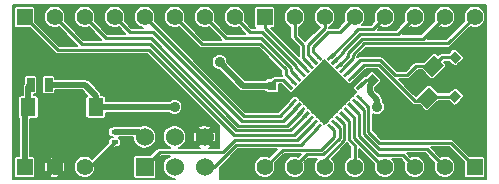
<source format=gtl>
G04 (created by PCBNEW (2013-june-11)-stable) date Sat 19 Jul 2014 03:05:36 PM PDT*
%MOIN*%
G04 Gerber Fmt 3.4, Leading zero omitted, Abs format*
%FSLAX34Y34*%
G01*
G70*
G90*
G04 APERTURE LIST*
%ADD10C,0.00590551*%
%ADD11C,0.02*%
%ADD12R,0.025X0.045*%
%ADD13R,0.0236X0.0157*%
%ADD14R,0.055X0.055*%
%ADD15C,0.055*%
%ADD16R,0.06X0.06*%
%ADD17C,0.06*%
%ADD18R,0.0512X0.059*%
%ADD19R,0.0275X0.0315*%
%ADD20C,0.035*%
%ADD21C,0.02*%
%ADD22C,0.01*%
%ADD23C,0.006*%
G04 APERTURE END LIST*
G54D10*
G54D11*
X109600Y-45750D03*
X108800Y-47100D03*
X107300Y-47050D03*
X107050Y-46750D03*
X106800Y-46500D03*
X108100Y-47200D03*
X108350Y-45100D03*
X109450Y-45400D03*
X109550Y-46150D03*
X109200Y-45150D03*
X108400Y-46950D03*
X107700Y-47200D03*
X109150Y-46900D03*
X109450Y-46600D03*
X106700Y-45350D03*
X107650Y-45300D03*
X107300Y-45450D03*
X106950Y-45600D03*
X106350Y-45150D03*
X108900Y-44950D03*
X108000Y-45150D03*
G54D10*
G36*
X107910Y-47050D02*
X107590Y-46730D01*
X107980Y-46340D01*
X108300Y-46660D01*
X107910Y-47050D01*
X107910Y-47050D01*
G37*
G36*
X108523Y-46437D02*
X108202Y-46117D01*
X108592Y-45728D01*
X108912Y-46048D01*
X108523Y-46437D01*
X108523Y-46437D01*
G37*
G36*
X108077Y-45992D02*
X107757Y-45672D01*
X108147Y-45282D01*
X108467Y-45602D01*
X108077Y-45992D01*
X108077Y-45992D01*
G37*
G36*
X107465Y-46604D02*
X107145Y-46284D01*
X107534Y-45895D01*
X107854Y-46215D01*
X107465Y-46604D01*
X107465Y-46604D01*
G37*
G54D12*
X94700Y-46250D03*
X95300Y-46250D03*
G54D13*
X97500Y-48177D03*
X97500Y-47823D03*
G54D14*
X109500Y-49000D03*
G54D15*
X108500Y-49000D03*
X107500Y-49000D03*
X106500Y-49000D03*
X105500Y-49000D03*
X104500Y-49000D03*
X103500Y-49000D03*
X102500Y-49000D03*
G54D14*
X94500Y-44000D03*
G54D15*
X95500Y-44000D03*
X96500Y-44000D03*
X97500Y-44000D03*
X98500Y-44000D03*
X99500Y-44000D03*
X100500Y-44000D03*
X101500Y-44000D03*
G54D14*
X102500Y-44000D03*
G54D15*
X103500Y-44000D03*
X104500Y-44000D03*
X105500Y-44000D03*
X106500Y-44000D03*
X107500Y-44000D03*
X108500Y-44000D03*
X109500Y-44000D03*
G54D14*
X94500Y-49000D03*
G54D15*
X95500Y-49000D03*
X96500Y-49000D03*
G54D10*
G36*
X103527Y-46293D02*
X103314Y-46081D01*
X103385Y-46010D01*
X103597Y-46222D01*
X103527Y-46293D01*
X103527Y-46293D01*
G37*
G36*
X103666Y-46154D02*
X103454Y-45942D01*
X103524Y-45871D01*
X103737Y-46083D01*
X103666Y-46154D01*
X103666Y-46154D01*
G37*
G36*
X103805Y-46014D02*
X103593Y-45802D01*
X103664Y-45732D01*
X103876Y-45944D01*
X103805Y-46014D01*
X103805Y-46014D01*
G37*
G36*
X103387Y-46432D02*
X103175Y-46220D01*
X103246Y-46149D01*
X103458Y-46362D01*
X103387Y-46432D01*
X103387Y-46432D01*
G37*
G36*
X103458Y-46637D02*
X103246Y-46850D01*
X103175Y-46779D01*
X103387Y-46567D01*
X103458Y-46637D01*
X103458Y-46637D01*
G37*
G36*
X103597Y-46777D02*
X103385Y-46989D01*
X103314Y-46918D01*
X103527Y-46706D01*
X103597Y-46777D01*
X103597Y-46777D01*
G37*
G36*
X103737Y-46916D02*
X103524Y-47128D01*
X103454Y-47057D01*
X103666Y-46845D01*
X103737Y-46916D01*
X103737Y-46916D01*
G37*
G36*
X103876Y-47055D02*
X103664Y-47267D01*
X103593Y-47197D01*
X103805Y-46985D01*
X103876Y-47055D01*
X103876Y-47055D01*
G37*
G36*
X104014Y-47194D02*
X103802Y-47406D01*
X103732Y-47335D01*
X103944Y-47123D01*
X104014Y-47194D01*
X104014Y-47194D01*
G37*
G36*
X104154Y-47333D02*
X103942Y-47545D01*
X103871Y-47475D01*
X104083Y-47262D01*
X104154Y-47333D01*
X104154Y-47333D01*
G37*
G36*
X104293Y-47472D02*
X104081Y-47685D01*
X104010Y-47614D01*
X104222Y-47402D01*
X104293Y-47472D01*
X104293Y-47472D01*
G37*
G36*
X104432Y-47612D02*
X104220Y-47824D01*
X104149Y-47753D01*
X104362Y-47541D01*
X104432Y-47612D01*
X104432Y-47612D01*
G37*
G36*
X105753Y-46850D02*
X105541Y-46637D01*
X105612Y-46567D01*
X105824Y-46779D01*
X105753Y-46850D01*
X105753Y-46850D01*
G37*
G36*
X104779Y-47824D02*
X104567Y-47612D01*
X104637Y-47541D01*
X104850Y-47753D01*
X104779Y-47824D01*
X104779Y-47824D01*
G37*
G36*
X104918Y-47685D02*
X104706Y-47472D01*
X104777Y-47402D01*
X104989Y-47614D01*
X104918Y-47685D01*
X104918Y-47685D01*
G37*
G36*
X105057Y-47545D02*
X104845Y-47333D01*
X104916Y-47262D01*
X105128Y-47475D01*
X105057Y-47545D01*
X105057Y-47545D01*
G37*
G36*
X105197Y-47406D02*
X104985Y-47194D01*
X105055Y-47123D01*
X105267Y-47335D01*
X105197Y-47406D01*
X105197Y-47406D01*
G37*
G36*
X105335Y-47267D02*
X105123Y-47055D01*
X105194Y-46985D01*
X105406Y-47197D01*
X105335Y-47267D01*
X105335Y-47267D01*
G37*
G36*
X105475Y-47128D02*
X105262Y-46916D01*
X105333Y-46845D01*
X105545Y-47057D01*
X105475Y-47128D01*
X105475Y-47128D01*
G37*
G36*
X105614Y-46989D02*
X105402Y-46777D01*
X105472Y-46706D01*
X105685Y-46918D01*
X105614Y-46989D01*
X105614Y-46989D01*
G37*
G36*
X105824Y-46220D02*
X105612Y-46432D01*
X105541Y-46362D01*
X105753Y-46149D01*
X105824Y-46220D01*
X105824Y-46220D01*
G37*
G36*
X105685Y-46081D02*
X105472Y-46293D01*
X105402Y-46222D01*
X105614Y-46010D01*
X105685Y-46081D01*
X105685Y-46081D01*
G37*
G36*
X105545Y-45942D02*
X105333Y-46154D01*
X105262Y-46083D01*
X105475Y-45871D01*
X105545Y-45942D01*
X105545Y-45942D01*
G37*
G36*
X105406Y-45802D02*
X105194Y-46014D01*
X105123Y-45944D01*
X105335Y-45732D01*
X105406Y-45802D01*
X105406Y-45802D01*
G37*
G36*
X105267Y-45664D02*
X105055Y-45876D01*
X104985Y-45805D01*
X105197Y-45593D01*
X105267Y-45664D01*
X105267Y-45664D01*
G37*
G36*
X105128Y-45524D02*
X104916Y-45737D01*
X104845Y-45666D01*
X105057Y-45454D01*
X105128Y-45524D01*
X105128Y-45524D01*
G37*
G36*
X104989Y-45385D02*
X104777Y-45597D01*
X104706Y-45527D01*
X104918Y-45314D01*
X104989Y-45385D01*
X104989Y-45385D01*
G37*
G36*
X104850Y-45246D02*
X104637Y-45458D01*
X104567Y-45387D01*
X104779Y-45175D01*
X104850Y-45246D01*
X104850Y-45246D01*
G37*
G36*
X104362Y-45458D02*
X104149Y-45246D01*
X104220Y-45175D01*
X104432Y-45387D01*
X104362Y-45458D01*
X104362Y-45458D01*
G37*
G36*
X104222Y-45597D02*
X104010Y-45385D01*
X104081Y-45314D01*
X104293Y-45527D01*
X104222Y-45597D01*
X104222Y-45597D01*
G37*
G36*
X104083Y-45737D02*
X103871Y-45524D01*
X103942Y-45454D01*
X104154Y-45666D01*
X104083Y-45737D01*
X104083Y-45737D01*
G37*
G36*
X103944Y-45876D02*
X103732Y-45664D01*
X103802Y-45593D01*
X104014Y-45805D01*
X103944Y-45876D01*
X103944Y-45876D01*
G37*
G36*
X104500Y-47335D02*
X103664Y-46500D01*
X104500Y-45664D01*
X105335Y-46500D01*
X104500Y-47335D01*
X104500Y-47335D01*
G37*
G54D16*
X98500Y-49000D03*
G54D17*
X98500Y-48000D03*
X99500Y-49000D03*
X99500Y-48000D03*
X100500Y-49000D03*
X100500Y-48000D03*
G54D18*
X94625Y-47000D03*
X95375Y-47000D03*
X96875Y-47000D03*
X96125Y-47000D03*
G54D10*
G36*
X108944Y-45638D02*
X109138Y-45444D01*
X109361Y-45666D01*
X109166Y-45861D01*
X108944Y-45638D01*
X108944Y-45638D01*
G37*
G36*
X108638Y-45333D02*
X108833Y-45138D01*
X109055Y-45361D01*
X108861Y-45555D01*
X108638Y-45333D01*
X108638Y-45333D01*
G37*
G36*
X108861Y-46444D02*
X109055Y-46638D01*
X108833Y-46861D01*
X108638Y-46666D01*
X108861Y-46444D01*
X108861Y-46444D01*
G37*
G36*
X109166Y-46138D02*
X109361Y-46333D01*
X109138Y-46555D01*
X108944Y-46361D01*
X109166Y-46138D01*
X109166Y-46138D01*
G37*
G36*
X106305Y-46111D02*
X106111Y-46305D01*
X105888Y-46083D01*
X106083Y-45888D01*
X106305Y-46111D01*
X106305Y-46111D01*
G37*
G36*
X106611Y-46416D02*
X106416Y-46611D01*
X106194Y-46388D01*
X106388Y-46194D01*
X106611Y-46416D01*
X106611Y-46416D01*
G37*
G54D19*
X102750Y-46284D03*
X102750Y-46716D03*
G54D11*
X105950Y-45150D03*
G54D20*
X101000Y-45500D03*
X99500Y-47000D03*
X106250Y-47000D03*
G54D21*
X96875Y-47000D02*
X99500Y-47000D01*
X101784Y-46284D02*
X102750Y-46284D01*
X101000Y-45500D02*
X101784Y-46284D01*
X95300Y-46250D02*
X96500Y-46250D01*
X96875Y-46625D02*
X96875Y-47000D01*
X96500Y-46250D02*
X96875Y-46625D01*
G54D22*
X102750Y-46284D02*
X102750Y-46200D01*
X102750Y-46200D02*
X102850Y-46100D01*
X102850Y-46100D02*
X103125Y-46100D01*
X103125Y-46100D02*
X103317Y-46291D01*
G54D21*
X95500Y-49000D02*
X95500Y-47125D01*
X95500Y-47125D02*
X95375Y-47000D01*
G54D22*
X108847Y-45347D02*
X108402Y-45347D01*
X108402Y-45347D02*
X108112Y-45637D01*
X108112Y-45637D02*
X107562Y-45637D01*
X105698Y-45439D02*
X105265Y-45873D01*
X106366Y-45439D02*
X105698Y-45439D01*
X106863Y-45936D02*
X106366Y-45439D01*
X107263Y-45936D02*
X106863Y-45936D01*
X107562Y-45637D02*
X107263Y-45936D01*
X103500Y-49000D02*
X103500Y-48980D01*
X105000Y-47695D02*
X104847Y-47543D01*
X105000Y-48026D02*
X105000Y-47695D01*
X104446Y-48580D02*
X105000Y-48026D01*
X103900Y-48580D02*
X104446Y-48580D01*
X103500Y-48980D02*
X103900Y-48580D01*
X105500Y-49000D02*
X105500Y-48272D01*
X105320Y-47458D02*
X105126Y-47265D01*
X105320Y-48092D02*
X105320Y-47458D01*
X105500Y-48272D02*
X105320Y-48092D01*
X106500Y-49000D02*
X106453Y-49000D01*
X105480Y-47341D02*
X105265Y-47126D01*
X105480Y-48026D02*
X105480Y-47341D01*
X106453Y-49000D02*
X105480Y-48026D01*
X107500Y-49000D02*
X107100Y-48600D01*
X105640Y-47222D02*
X105404Y-46987D01*
X105640Y-47960D02*
X105640Y-47222D01*
X106280Y-48600D02*
X105640Y-47960D01*
X107100Y-48600D02*
X106280Y-48600D01*
X109500Y-49000D02*
X108700Y-48200D01*
X105960Y-46985D02*
X105682Y-46708D01*
X105960Y-47827D02*
X105960Y-46985D01*
X106332Y-48200D02*
X105960Y-47827D01*
X108700Y-48200D02*
X106332Y-48200D01*
X105126Y-45734D02*
X105126Y-45699D01*
X108619Y-44880D02*
X109500Y-44000D01*
X105824Y-44880D02*
X108619Y-44880D01*
X105452Y-45252D02*
X105824Y-44880D01*
X105452Y-45374D02*
X105452Y-45252D01*
X105126Y-45699D02*
X105452Y-45374D01*
X104987Y-45595D02*
X105004Y-45595D01*
X107779Y-44720D02*
X108500Y-44000D01*
X105758Y-44720D02*
X107779Y-44720D01*
X105289Y-45189D02*
X105758Y-44720D01*
X105289Y-45310D02*
X105289Y-45189D01*
X105004Y-45595D02*
X105289Y-45310D01*
X104847Y-45456D02*
X104847Y-45452D01*
X106939Y-44560D02*
X107500Y-44000D01*
X105691Y-44560D02*
X106939Y-44560D01*
X105125Y-45125D02*
X105691Y-44560D01*
X105125Y-45174D02*
X105125Y-45125D01*
X104847Y-45452D02*
X105125Y-45174D01*
X106500Y-44000D02*
X106100Y-44400D01*
X105625Y-44400D02*
X104708Y-45317D01*
X106100Y-44400D02*
X105625Y-44400D01*
X105500Y-44000D02*
X105000Y-44500D01*
X104100Y-45125D02*
X104291Y-45317D01*
X104100Y-45000D02*
X104100Y-45125D01*
X104600Y-44500D02*
X104100Y-45000D01*
X105000Y-44500D02*
X104600Y-44500D01*
X104500Y-44000D02*
X104500Y-44373D01*
X103939Y-45244D02*
X104152Y-45456D01*
X103939Y-44933D02*
X103939Y-45244D01*
X104500Y-44373D02*
X103939Y-44933D01*
X98500Y-49000D02*
X99000Y-48500D01*
X103595Y-48100D02*
X104152Y-47543D01*
X101500Y-48100D02*
X103595Y-48100D01*
X101100Y-48500D02*
X101500Y-48100D01*
X99000Y-48500D02*
X101100Y-48500D01*
X108500Y-49000D02*
X107900Y-48400D01*
X105800Y-47104D02*
X105543Y-46847D01*
X105800Y-47893D02*
X105800Y-47104D01*
X106306Y-48400D02*
X105800Y-47893D01*
X107900Y-48400D02*
X106306Y-48400D01*
X99500Y-44000D02*
X100400Y-44900D01*
X103200Y-45895D02*
X103456Y-46152D01*
X103200Y-45740D02*
X103200Y-45895D01*
X102359Y-44900D02*
X103200Y-45740D01*
X100400Y-44900D02*
X102359Y-44900D01*
X98500Y-44000D02*
X101000Y-46500D01*
X103004Y-47300D02*
X103456Y-46847D01*
X101800Y-47300D02*
X103004Y-47300D01*
X101400Y-46900D02*
X101800Y-47300D01*
X101000Y-46500D02*
X101400Y-46900D01*
X97500Y-44000D02*
X98000Y-44500D01*
X103122Y-47460D02*
X103595Y-46987D01*
X101733Y-47460D02*
X103122Y-47460D01*
X98773Y-44500D02*
X101733Y-47460D01*
X98000Y-44500D02*
X98773Y-44500D01*
X96500Y-44000D02*
X97200Y-44700D01*
X103241Y-47620D02*
X103734Y-47126D01*
X101620Y-47620D02*
X103241Y-47620D01*
X98700Y-44700D02*
X101620Y-47620D01*
X97200Y-44700D02*
X98700Y-44700D01*
X103500Y-44000D02*
X103500Y-44653D01*
X103779Y-45362D02*
X104012Y-45595D01*
X103779Y-44933D02*
X103779Y-45362D01*
X103500Y-44653D02*
X103779Y-44933D01*
X95500Y-44000D02*
X96400Y-44900D01*
X103358Y-47780D02*
X103873Y-47265D01*
X101553Y-47780D02*
X103358Y-47780D01*
X98673Y-44900D02*
X101553Y-47780D01*
X96400Y-44900D02*
X98673Y-44900D01*
X94500Y-44000D02*
X95600Y-45100D01*
X103477Y-47940D02*
X104012Y-47404D01*
X101487Y-47940D02*
X103477Y-47940D01*
X98647Y-45100D02*
X101487Y-47940D01*
X95600Y-45100D02*
X98647Y-45100D01*
X102500Y-44000D02*
X102500Y-44361D01*
X102500Y-44361D02*
X103873Y-45734D01*
X108847Y-46652D02*
X107988Y-46652D01*
X107988Y-46652D02*
X107945Y-46695D01*
X107945Y-46695D02*
X107804Y-46695D01*
X105817Y-45600D02*
X105404Y-46012D01*
X106300Y-45600D02*
X105817Y-45600D01*
X107500Y-46800D02*
X106300Y-45600D01*
X107700Y-46800D02*
X107500Y-46800D01*
X107804Y-46695D02*
X107700Y-46800D01*
X104500Y-49000D02*
X104500Y-48752D01*
X105160Y-47577D02*
X104987Y-47404D01*
X105160Y-48092D02*
X105160Y-47577D01*
X104500Y-48752D02*
X105160Y-48092D01*
X102643Y-44956D02*
X103243Y-45556D01*
X101100Y-44600D02*
X101200Y-44700D01*
X101200Y-44700D02*
X102386Y-44700D01*
X102386Y-44700D02*
X102643Y-44956D01*
X100500Y-44000D02*
X101100Y-44600D01*
X103393Y-45810D02*
X103595Y-46012D01*
X103393Y-45706D02*
X103393Y-45810D01*
X103243Y-45556D02*
X103393Y-45706D01*
X101500Y-44000D02*
X102000Y-44500D01*
X103556Y-45694D02*
X103734Y-45873D01*
X103556Y-45643D02*
X103556Y-45694D01*
X102412Y-44500D02*
X103556Y-45643D01*
X102000Y-44500D02*
X102412Y-44500D01*
X102500Y-49000D02*
X102520Y-49000D01*
X104800Y-47774D02*
X104708Y-47682D01*
X104800Y-48000D02*
X104800Y-47774D01*
X104379Y-48420D02*
X104800Y-48000D01*
X103100Y-48420D02*
X104379Y-48420D01*
X102520Y-49000D02*
X103100Y-48420D01*
X96500Y-49000D02*
X96677Y-49000D01*
X96677Y-49000D02*
X97500Y-48177D01*
X100500Y-49000D02*
X100826Y-49000D01*
X100826Y-49000D02*
X101566Y-48260D01*
X101566Y-48260D02*
X103714Y-48260D01*
X103714Y-48260D02*
X104291Y-47682D01*
G54D21*
X106097Y-46152D02*
X106097Y-46097D01*
X106000Y-46250D02*
X106097Y-46152D01*
X106000Y-46500D02*
X106000Y-46250D01*
X106250Y-46750D02*
X106000Y-46500D01*
X106250Y-47000D02*
X106250Y-46750D01*
X94625Y-47000D02*
X94625Y-46325D01*
X94625Y-46325D02*
X94700Y-46250D01*
X94500Y-49000D02*
X94500Y-47125D01*
X94500Y-47125D02*
X94625Y-47000D01*
X97500Y-47823D02*
X98323Y-47823D01*
X98323Y-47823D02*
X98500Y-48000D01*
G54D22*
X106097Y-46097D02*
X105877Y-46097D01*
X105877Y-46097D02*
X105682Y-46291D01*
G54D10*
G36*
X109890Y-49390D02*
X101000Y-49390D01*
X101000Y-49024D01*
X101624Y-48400D01*
X102922Y-48400D01*
X102653Y-48668D01*
X102608Y-48649D01*
X102538Y-48635D01*
X102466Y-48634D01*
X102396Y-48648D01*
X102330Y-48674D01*
X102270Y-48714D01*
X102219Y-48764D01*
X102178Y-48823D01*
X102150Y-48889D01*
X102135Y-48959D01*
X102134Y-49030D01*
X102147Y-49101D01*
X102173Y-49167D01*
X102212Y-49227D01*
X102262Y-49279D01*
X102321Y-49320D01*
X102386Y-49348D01*
X102456Y-49364D01*
X102528Y-49365D01*
X102598Y-49353D01*
X102665Y-49327D01*
X102725Y-49289D01*
X102777Y-49239D01*
X102818Y-49181D01*
X102848Y-49115D01*
X102863Y-49045D01*
X102865Y-48964D01*
X102851Y-48893D01*
X102843Y-48874D01*
X103157Y-48560D01*
X103722Y-48560D01*
X103625Y-48656D01*
X103608Y-48649D01*
X103538Y-48635D01*
X103466Y-48634D01*
X103396Y-48648D01*
X103330Y-48674D01*
X103270Y-48714D01*
X103219Y-48764D01*
X103178Y-48823D01*
X103150Y-48889D01*
X103135Y-48959D01*
X103134Y-49030D01*
X103147Y-49101D01*
X103173Y-49167D01*
X103212Y-49227D01*
X103262Y-49279D01*
X103321Y-49320D01*
X103386Y-49348D01*
X103456Y-49364D01*
X103528Y-49365D01*
X103598Y-49353D01*
X103665Y-49327D01*
X103725Y-49289D01*
X103777Y-49239D01*
X103818Y-49181D01*
X103848Y-49115D01*
X103863Y-49045D01*
X103865Y-48964D01*
X103851Y-48893D01*
X103831Y-48846D01*
X103957Y-48720D01*
X104264Y-48720D01*
X104219Y-48764D01*
X104178Y-48823D01*
X104150Y-48889D01*
X104135Y-48959D01*
X104134Y-49030D01*
X104147Y-49101D01*
X104173Y-49167D01*
X104212Y-49227D01*
X104262Y-49279D01*
X104321Y-49320D01*
X104386Y-49348D01*
X104456Y-49364D01*
X104528Y-49365D01*
X104598Y-49353D01*
X104665Y-49327D01*
X104725Y-49289D01*
X104777Y-49239D01*
X104818Y-49181D01*
X104848Y-49115D01*
X104863Y-49045D01*
X104865Y-48964D01*
X104851Y-48893D01*
X104823Y-48827D01*
X104784Y-48768D01*
X104733Y-48717D01*
X104733Y-48717D01*
X105240Y-48210D01*
X105360Y-48330D01*
X105360Y-48662D01*
X105330Y-48674D01*
X105270Y-48714D01*
X105219Y-48764D01*
X105178Y-48823D01*
X105150Y-48889D01*
X105135Y-48959D01*
X105134Y-49030D01*
X105147Y-49101D01*
X105173Y-49167D01*
X105212Y-49227D01*
X105262Y-49279D01*
X105321Y-49320D01*
X105386Y-49348D01*
X105456Y-49364D01*
X105528Y-49365D01*
X105598Y-49353D01*
X105665Y-49327D01*
X105725Y-49289D01*
X105777Y-49239D01*
X105818Y-49181D01*
X105848Y-49115D01*
X105863Y-49045D01*
X105865Y-48964D01*
X105851Y-48893D01*
X105823Y-48827D01*
X105784Y-48768D01*
X105733Y-48717D01*
X105674Y-48677D01*
X105640Y-48662D01*
X105640Y-48384D01*
X106149Y-48893D01*
X106135Y-48959D01*
X106134Y-49030D01*
X106147Y-49101D01*
X106173Y-49167D01*
X106212Y-49227D01*
X106262Y-49279D01*
X106321Y-49320D01*
X106386Y-49348D01*
X106456Y-49364D01*
X106528Y-49365D01*
X106598Y-49353D01*
X106665Y-49327D01*
X106725Y-49289D01*
X106777Y-49239D01*
X106818Y-49181D01*
X106848Y-49115D01*
X106863Y-49045D01*
X106865Y-48964D01*
X106851Y-48893D01*
X106823Y-48827D01*
X106784Y-48768D01*
X106756Y-48740D01*
X107042Y-48740D01*
X107162Y-48860D01*
X107150Y-48889D01*
X107135Y-48959D01*
X107134Y-49030D01*
X107147Y-49101D01*
X107173Y-49167D01*
X107212Y-49227D01*
X107262Y-49279D01*
X107321Y-49320D01*
X107386Y-49348D01*
X107456Y-49364D01*
X107528Y-49365D01*
X107598Y-49353D01*
X107665Y-49327D01*
X107725Y-49289D01*
X107777Y-49239D01*
X107818Y-49181D01*
X107848Y-49115D01*
X107863Y-49045D01*
X107865Y-48964D01*
X107851Y-48893D01*
X107823Y-48827D01*
X107784Y-48768D01*
X107733Y-48717D01*
X107674Y-48677D01*
X107608Y-48649D01*
X107538Y-48635D01*
X107466Y-48634D01*
X107396Y-48648D01*
X107360Y-48662D01*
X107237Y-48540D01*
X107842Y-48540D01*
X108162Y-48860D01*
X108150Y-48889D01*
X108135Y-48959D01*
X108134Y-49030D01*
X108147Y-49101D01*
X108173Y-49167D01*
X108212Y-49227D01*
X108262Y-49279D01*
X108321Y-49320D01*
X108386Y-49348D01*
X108456Y-49364D01*
X108528Y-49365D01*
X108598Y-49353D01*
X108665Y-49327D01*
X108725Y-49289D01*
X108777Y-49239D01*
X108818Y-49181D01*
X108848Y-49115D01*
X108863Y-49045D01*
X108865Y-48964D01*
X108851Y-48893D01*
X108823Y-48827D01*
X108784Y-48768D01*
X108733Y-48717D01*
X108674Y-48677D01*
X108608Y-48649D01*
X108538Y-48635D01*
X108466Y-48634D01*
X108396Y-48648D01*
X108360Y-48662D01*
X108037Y-48340D01*
X108642Y-48340D01*
X109134Y-48832D01*
X109134Y-49283D01*
X109138Y-49301D01*
X109145Y-49317D01*
X109154Y-49332D01*
X109167Y-49344D01*
X109181Y-49354D01*
X109198Y-49361D01*
X109215Y-49364D01*
X109233Y-49365D01*
X109783Y-49365D01*
X109801Y-49361D01*
X109817Y-49354D01*
X109832Y-49345D01*
X109844Y-49332D01*
X109854Y-49318D01*
X109861Y-49301D01*
X109864Y-49284D01*
X109865Y-49266D01*
X109865Y-48821D01*
X109865Y-43964D01*
X109851Y-43893D01*
X109823Y-43827D01*
X109784Y-43768D01*
X109733Y-43717D01*
X109674Y-43677D01*
X109608Y-43649D01*
X109538Y-43635D01*
X109466Y-43634D01*
X109396Y-43648D01*
X109330Y-43674D01*
X109270Y-43714D01*
X109219Y-43764D01*
X109178Y-43823D01*
X109150Y-43889D01*
X109135Y-43959D01*
X109134Y-44030D01*
X109147Y-44101D01*
X109162Y-44139D01*
X108562Y-44740D01*
X107957Y-44740D01*
X108360Y-44337D01*
X108386Y-44348D01*
X108456Y-44364D01*
X108528Y-44365D01*
X108598Y-44353D01*
X108665Y-44327D01*
X108725Y-44289D01*
X108777Y-44239D01*
X108818Y-44181D01*
X108848Y-44115D01*
X108863Y-44045D01*
X108865Y-43964D01*
X108851Y-43893D01*
X108823Y-43827D01*
X108784Y-43768D01*
X108733Y-43717D01*
X108674Y-43677D01*
X108608Y-43649D01*
X108538Y-43635D01*
X108466Y-43634D01*
X108396Y-43648D01*
X108330Y-43674D01*
X108270Y-43714D01*
X108219Y-43764D01*
X108178Y-43823D01*
X108150Y-43889D01*
X108135Y-43959D01*
X108134Y-44030D01*
X108147Y-44101D01*
X108162Y-44139D01*
X107722Y-44580D01*
X107117Y-44580D01*
X107360Y-44337D01*
X107386Y-44348D01*
X107456Y-44364D01*
X107528Y-44365D01*
X107598Y-44353D01*
X107665Y-44327D01*
X107725Y-44289D01*
X107777Y-44239D01*
X107818Y-44181D01*
X107848Y-44115D01*
X107863Y-44045D01*
X107865Y-43964D01*
X107851Y-43893D01*
X107823Y-43827D01*
X107784Y-43768D01*
X107733Y-43717D01*
X107674Y-43677D01*
X107608Y-43649D01*
X107538Y-43635D01*
X107466Y-43634D01*
X107396Y-43648D01*
X107330Y-43674D01*
X107270Y-43714D01*
X107219Y-43764D01*
X107178Y-43823D01*
X107150Y-43889D01*
X107135Y-43959D01*
X107134Y-44030D01*
X107147Y-44101D01*
X107162Y-44139D01*
X106882Y-44420D01*
X106277Y-44420D01*
X106360Y-44337D01*
X106386Y-44348D01*
X106456Y-44364D01*
X106528Y-44365D01*
X106598Y-44353D01*
X106665Y-44327D01*
X106725Y-44289D01*
X106777Y-44239D01*
X106818Y-44181D01*
X106848Y-44115D01*
X106863Y-44045D01*
X106865Y-43964D01*
X106851Y-43893D01*
X106823Y-43827D01*
X106784Y-43768D01*
X106733Y-43717D01*
X106674Y-43677D01*
X106608Y-43649D01*
X106538Y-43635D01*
X106466Y-43634D01*
X106396Y-43648D01*
X106330Y-43674D01*
X106270Y-43714D01*
X106219Y-43764D01*
X106178Y-43823D01*
X106150Y-43889D01*
X106135Y-43959D01*
X106134Y-44030D01*
X106147Y-44101D01*
X106162Y-44139D01*
X106042Y-44260D01*
X105756Y-44260D01*
X105777Y-44239D01*
X105818Y-44181D01*
X105848Y-44115D01*
X105863Y-44045D01*
X105865Y-43964D01*
X105851Y-43893D01*
X105823Y-43827D01*
X105784Y-43768D01*
X105733Y-43717D01*
X105674Y-43677D01*
X105608Y-43649D01*
X105538Y-43635D01*
X105466Y-43634D01*
X105396Y-43648D01*
X105330Y-43674D01*
X105270Y-43714D01*
X105219Y-43764D01*
X105178Y-43823D01*
X105150Y-43889D01*
X105135Y-43959D01*
X105134Y-44030D01*
X105147Y-44101D01*
X105162Y-44139D01*
X104942Y-44360D01*
X104640Y-44360D01*
X104640Y-44337D01*
X104665Y-44327D01*
X104725Y-44289D01*
X104777Y-44239D01*
X104818Y-44181D01*
X104848Y-44115D01*
X104863Y-44045D01*
X104865Y-43964D01*
X104851Y-43893D01*
X104823Y-43827D01*
X104784Y-43768D01*
X104733Y-43717D01*
X104674Y-43677D01*
X104608Y-43649D01*
X104538Y-43635D01*
X104466Y-43634D01*
X104396Y-43648D01*
X104330Y-43674D01*
X104270Y-43714D01*
X104219Y-43764D01*
X104178Y-43823D01*
X104150Y-43889D01*
X104135Y-43959D01*
X104134Y-44030D01*
X104147Y-44101D01*
X104173Y-44167D01*
X104212Y-44227D01*
X104262Y-44279D01*
X104321Y-44320D01*
X104345Y-44330D01*
X103859Y-44815D01*
X103640Y-44595D01*
X103640Y-44337D01*
X103665Y-44327D01*
X103725Y-44289D01*
X103777Y-44239D01*
X103818Y-44181D01*
X103848Y-44115D01*
X103863Y-44045D01*
X103865Y-43964D01*
X103851Y-43893D01*
X103823Y-43827D01*
X103784Y-43768D01*
X103733Y-43717D01*
X103674Y-43677D01*
X103608Y-43649D01*
X103538Y-43635D01*
X103466Y-43634D01*
X103396Y-43648D01*
X103330Y-43674D01*
X103270Y-43714D01*
X103219Y-43764D01*
X103178Y-43823D01*
X103150Y-43889D01*
X103135Y-43959D01*
X103134Y-44030D01*
X103147Y-44101D01*
X103173Y-44167D01*
X103212Y-44227D01*
X103262Y-44279D01*
X103321Y-44320D01*
X103360Y-44337D01*
X103360Y-44653D01*
X103361Y-44666D01*
X103362Y-44679D01*
X103362Y-44680D01*
X103362Y-44680D01*
X103366Y-44693D01*
X103370Y-44705D01*
X103370Y-44706D01*
X103370Y-44707D01*
X103376Y-44718D01*
X103382Y-44729D01*
X103383Y-44730D01*
X103383Y-44731D01*
X103391Y-44741D01*
X103399Y-44751D01*
X103400Y-44752D01*
X103400Y-44752D01*
X103400Y-44752D01*
X103401Y-44752D01*
X103639Y-44991D01*
X103639Y-45303D01*
X102701Y-44365D01*
X102783Y-44365D01*
X102801Y-44361D01*
X102817Y-44354D01*
X102832Y-44345D01*
X102844Y-44332D01*
X102854Y-44318D01*
X102861Y-44301D01*
X102864Y-44284D01*
X102865Y-44266D01*
X102865Y-43716D01*
X102861Y-43698D01*
X102854Y-43682D01*
X102845Y-43667D01*
X102832Y-43655D01*
X102818Y-43645D01*
X102801Y-43638D01*
X102784Y-43635D01*
X102766Y-43634D01*
X102216Y-43634D01*
X102198Y-43638D01*
X102182Y-43645D01*
X102167Y-43654D01*
X102155Y-43667D01*
X102145Y-43681D01*
X102138Y-43698D01*
X102135Y-43715D01*
X102134Y-43733D01*
X102134Y-44283D01*
X102138Y-44301D01*
X102145Y-44317D01*
X102154Y-44332D01*
X102167Y-44344D01*
X102181Y-44354D01*
X102194Y-44360D01*
X102057Y-44360D01*
X101837Y-44139D01*
X101848Y-44115D01*
X101863Y-44045D01*
X101865Y-43964D01*
X101851Y-43893D01*
X101823Y-43827D01*
X101784Y-43768D01*
X101733Y-43717D01*
X101674Y-43677D01*
X101608Y-43649D01*
X101538Y-43635D01*
X101466Y-43634D01*
X101396Y-43648D01*
X101330Y-43674D01*
X101270Y-43714D01*
X101219Y-43764D01*
X101178Y-43823D01*
X101150Y-43889D01*
X101135Y-43959D01*
X101134Y-44030D01*
X101147Y-44101D01*
X101173Y-44167D01*
X101212Y-44227D01*
X101262Y-44279D01*
X101321Y-44320D01*
X101386Y-44348D01*
X101456Y-44364D01*
X101528Y-44365D01*
X101598Y-44353D01*
X101639Y-44337D01*
X101862Y-44560D01*
X101257Y-44560D01*
X101199Y-44501D01*
X101198Y-44501D01*
X101198Y-44501D01*
X100837Y-44139D01*
X100848Y-44115D01*
X100863Y-44045D01*
X100865Y-43964D01*
X100851Y-43893D01*
X100823Y-43827D01*
X100784Y-43768D01*
X100733Y-43717D01*
X100674Y-43677D01*
X100608Y-43649D01*
X100538Y-43635D01*
X100466Y-43634D01*
X100396Y-43648D01*
X100330Y-43674D01*
X100270Y-43714D01*
X100219Y-43764D01*
X100178Y-43823D01*
X100150Y-43889D01*
X100135Y-43959D01*
X100134Y-44030D01*
X100147Y-44101D01*
X100173Y-44167D01*
X100212Y-44227D01*
X100262Y-44279D01*
X100321Y-44320D01*
X100386Y-44348D01*
X100456Y-44364D01*
X100528Y-44365D01*
X100598Y-44353D01*
X100639Y-44337D01*
X101001Y-44698D01*
X101001Y-44698D01*
X101001Y-44698D01*
X101062Y-44760D01*
X100457Y-44760D01*
X99837Y-44139D01*
X99848Y-44115D01*
X99863Y-44045D01*
X99865Y-43964D01*
X99851Y-43893D01*
X99823Y-43827D01*
X99784Y-43768D01*
X99733Y-43717D01*
X99674Y-43677D01*
X99608Y-43649D01*
X99538Y-43635D01*
X99466Y-43634D01*
X99396Y-43648D01*
X99330Y-43674D01*
X99270Y-43714D01*
X99219Y-43764D01*
X99178Y-43823D01*
X99150Y-43889D01*
X99135Y-43959D01*
X99134Y-44030D01*
X99147Y-44101D01*
X99173Y-44167D01*
X99212Y-44227D01*
X99262Y-44279D01*
X99321Y-44320D01*
X99386Y-44348D01*
X99456Y-44364D01*
X99528Y-44365D01*
X99598Y-44353D01*
X99639Y-44337D01*
X100301Y-44998D01*
X100311Y-45007D01*
X100320Y-45015D01*
X100321Y-45015D01*
X100322Y-45016D01*
X100333Y-45022D01*
X100344Y-45028D01*
X100345Y-45028D01*
X100346Y-45029D01*
X100358Y-45033D01*
X100370Y-45036D01*
X100371Y-45037D01*
X100372Y-45037D01*
X100385Y-45038D01*
X100398Y-45039D01*
X100399Y-45039D01*
X100399Y-45039D01*
X100399Y-45039D01*
X100400Y-45040D01*
X102301Y-45040D01*
X103060Y-45798D01*
X103060Y-45895D01*
X103061Y-45908D01*
X103062Y-45921D01*
X103062Y-45922D01*
X103062Y-45922D01*
X103066Y-45935D01*
X103070Y-45947D01*
X103070Y-45948D01*
X103070Y-45949D01*
X103076Y-45960D01*
X102850Y-45960D01*
X102837Y-45961D01*
X102824Y-45962D01*
X102823Y-45962D01*
X102822Y-45962D01*
X102810Y-45966D01*
X102798Y-45970D01*
X102797Y-45970D01*
X102796Y-45970D01*
X102785Y-45976D01*
X102773Y-45982D01*
X102773Y-45983D01*
X102772Y-45983D01*
X102762Y-45991D01*
X102752Y-45999D01*
X102751Y-46000D01*
X102751Y-46000D01*
X102751Y-46000D01*
X102751Y-46001D01*
X102715Y-46036D01*
X102603Y-46036D01*
X102586Y-46039D01*
X102570Y-46046D01*
X102555Y-46056D01*
X102542Y-46068D01*
X102532Y-46083D01*
X102528Y-46094D01*
X101862Y-46094D01*
X101264Y-45496D01*
X101265Y-45474D01*
X101254Y-45423D01*
X101235Y-45374D01*
X101206Y-45331D01*
X101169Y-45294D01*
X101126Y-45265D01*
X101078Y-45245D01*
X101027Y-45235D01*
X100975Y-45234D01*
X100924Y-45244D01*
X100876Y-45264D01*
X100833Y-45292D01*
X100796Y-45328D01*
X100766Y-45371D01*
X100746Y-45419D01*
X100735Y-45470D01*
X100734Y-45522D01*
X100744Y-45573D01*
X100763Y-45621D01*
X100791Y-45665D01*
X100827Y-45702D01*
X100870Y-45732D01*
X100917Y-45753D01*
X100968Y-45764D01*
X100996Y-45764D01*
X101649Y-46418D01*
X101663Y-46429D01*
X101676Y-46440D01*
X101677Y-46441D01*
X101678Y-46441D01*
X101693Y-46450D01*
X101709Y-46458D01*
X101710Y-46458D01*
X101710Y-46459D01*
X101727Y-46464D01*
X101744Y-46469D01*
X101745Y-46469D01*
X101746Y-46470D01*
X101763Y-46472D01*
X101781Y-46473D01*
X101783Y-46473D01*
X101783Y-46473D01*
X101783Y-46473D01*
X101784Y-46474D01*
X102528Y-46474D01*
X102532Y-46483D01*
X102542Y-46498D01*
X102554Y-46511D01*
X102569Y-46521D01*
X102585Y-46527D01*
X102603Y-46531D01*
X102620Y-46531D01*
X102896Y-46531D01*
X102913Y-46528D01*
X102929Y-46521D01*
X102944Y-46511D01*
X102957Y-46499D01*
X102967Y-46484D01*
X102973Y-46468D01*
X102977Y-46450D01*
X102977Y-46433D01*
X102977Y-46240D01*
X103067Y-46240D01*
X103111Y-46283D01*
X103117Y-46290D01*
X103330Y-46502D01*
X103344Y-46512D01*
X103361Y-46519D01*
X103378Y-46522D01*
X103396Y-46522D01*
X103413Y-46519D01*
X103429Y-46512D01*
X103444Y-46503D01*
X103457Y-46490D01*
X103528Y-46419D01*
X103538Y-46404D01*
X103544Y-46388D01*
X103546Y-46381D01*
X103552Y-46380D01*
X103569Y-46373D01*
X103583Y-46363D01*
X103596Y-46351D01*
X103667Y-46280D01*
X103677Y-46265D01*
X103684Y-46249D01*
X103685Y-46242D01*
X103692Y-46240D01*
X103708Y-46234D01*
X103723Y-46224D01*
X103735Y-46212D01*
X103806Y-46140D01*
X103816Y-46126D01*
X103823Y-46109D01*
X103824Y-46102D01*
X103831Y-46101D01*
X103847Y-46094D01*
X103862Y-46085D01*
X103875Y-46072D01*
X103946Y-46001D01*
X103956Y-45986D01*
X103962Y-45970D01*
X103964Y-45964D01*
X103970Y-45962D01*
X103986Y-45956D01*
X104001Y-45946D01*
X104013Y-45934D01*
X104084Y-45863D01*
X104094Y-45848D01*
X104101Y-45832D01*
X104102Y-45824D01*
X104109Y-45823D01*
X104125Y-45817D01*
X104140Y-45807D01*
X104152Y-45794D01*
X104224Y-45723D01*
X104233Y-45709D01*
X104240Y-45692D01*
X104242Y-45685D01*
X104248Y-45684D01*
X104264Y-45677D01*
X104279Y-45668D01*
X104292Y-45655D01*
X104363Y-45584D01*
X104373Y-45569D01*
X104380Y-45553D01*
X104381Y-45546D01*
X104387Y-45545D01*
X104404Y-45538D01*
X104419Y-45528D01*
X104431Y-45516D01*
X104500Y-45447D01*
X104509Y-45457D01*
X104580Y-45528D01*
X104595Y-45538D01*
X104611Y-45544D01*
X104618Y-45546D01*
X104619Y-45552D01*
X104626Y-45569D01*
X104636Y-45583D01*
X104648Y-45596D01*
X104719Y-45667D01*
X104734Y-45677D01*
X104750Y-45684D01*
X104757Y-45685D01*
X104759Y-45692D01*
X104765Y-45708D01*
X104775Y-45723D01*
X104787Y-45735D01*
X104859Y-45806D01*
X104873Y-45816D01*
X104890Y-45823D01*
X104897Y-45824D01*
X104898Y-45831D01*
X104905Y-45847D01*
X104914Y-45862D01*
X104927Y-45875D01*
X104998Y-45946D01*
X105013Y-45956D01*
X105029Y-45962D01*
X105035Y-45964D01*
X105037Y-45970D01*
X105043Y-45986D01*
X105053Y-46001D01*
X105065Y-46013D01*
X105136Y-46084D01*
X105151Y-46094D01*
X105167Y-46101D01*
X105175Y-46102D01*
X105176Y-46109D01*
X105182Y-46125D01*
X105192Y-46140D01*
X105205Y-46152D01*
X105276Y-46224D01*
X105290Y-46233D01*
X105307Y-46240D01*
X105324Y-46244D01*
X105342Y-46244D01*
X105359Y-46240D01*
X105375Y-46234D01*
X105390Y-46224D01*
X105403Y-46212D01*
X105615Y-45999D01*
X105615Y-45999D01*
X105875Y-45740D01*
X106242Y-45740D01*
X107401Y-46898D01*
X107411Y-46907D01*
X107420Y-46915D01*
X107421Y-46915D01*
X107422Y-46916D01*
X107433Y-46922D01*
X107444Y-46928D01*
X107445Y-46928D01*
X107446Y-46929D01*
X107458Y-46933D01*
X107470Y-46936D01*
X107471Y-46937D01*
X107472Y-46937D01*
X107485Y-46938D01*
X107498Y-46939D01*
X107499Y-46939D01*
X107499Y-46939D01*
X107499Y-46939D01*
X107500Y-46940D01*
X107672Y-46940D01*
X107853Y-47120D01*
X107867Y-47130D01*
X107884Y-47136D01*
X107901Y-47140D01*
X107919Y-47140D01*
X107936Y-47137D01*
X107952Y-47130D01*
X107967Y-47120D01*
X107980Y-47108D01*
X108295Y-46792D01*
X108637Y-46792D01*
X108775Y-46931D01*
X108790Y-46941D01*
X108806Y-46947D01*
X108823Y-46951D01*
X108841Y-46951D01*
X108858Y-46947D01*
X108875Y-46941D01*
X108890Y-46931D01*
X108902Y-46919D01*
X109125Y-46695D01*
X109135Y-46681D01*
X109142Y-46665D01*
X109145Y-46647D01*
X109145Y-46630D01*
X109142Y-46612D01*
X109135Y-46596D01*
X109126Y-46581D01*
X109113Y-46569D01*
X108918Y-46374D01*
X108904Y-46364D01*
X108887Y-46357D01*
X108870Y-46354D01*
X108852Y-46354D01*
X108835Y-46357D01*
X108819Y-46364D01*
X108804Y-46373D01*
X108791Y-46386D01*
X108665Y-46512D01*
X108279Y-46512D01*
X108037Y-46270D01*
X108022Y-46260D01*
X108006Y-46253D01*
X107989Y-46250D01*
X107971Y-46250D01*
X107954Y-46253D01*
X107938Y-46260D01*
X107923Y-46270D01*
X107910Y-46282D01*
X107545Y-46647D01*
X106974Y-46076D01*
X107263Y-46076D01*
X107276Y-46075D01*
X107288Y-46074D01*
X107289Y-46074D01*
X107290Y-46074D01*
X107302Y-46070D01*
X107315Y-46066D01*
X107315Y-46066D01*
X107316Y-46066D01*
X107327Y-46060D01*
X107339Y-46054D01*
X107339Y-46053D01*
X107340Y-46053D01*
X107350Y-46045D01*
X107360Y-46037D01*
X107361Y-46036D01*
X107361Y-46036D01*
X107361Y-46036D01*
X107362Y-46035D01*
X107620Y-45777D01*
X107735Y-45777D01*
X108020Y-46062D01*
X108034Y-46072D01*
X108051Y-46078D01*
X108068Y-46082D01*
X108086Y-46082D01*
X108103Y-46079D01*
X108119Y-46072D01*
X108134Y-46062D01*
X108147Y-46050D01*
X108537Y-45660D01*
X108547Y-45645D01*
X108553Y-45629D01*
X108557Y-45611D01*
X108557Y-45594D01*
X108554Y-45576D01*
X108547Y-45560D01*
X108537Y-45545D01*
X108525Y-45533D01*
X108479Y-45487D01*
X108665Y-45487D01*
X108804Y-45625D01*
X108818Y-45635D01*
X108834Y-45642D01*
X108852Y-45645D01*
X108869Y-45645D01*
X108887Y-45642D01*
X108903Y-45635D01*
X108918Y-45626D01*
X108930Y-45613D01*
X109125Y-45418D01*
X109135Y-45404D01*
X109142Y-45387D01*
X109145Y-45370D01*
X109145Y-45352D01*
X109142Y-45335D01*
X109135Y-45319D01*
X109126Y-45304D01*
X109113Y-45291D01*
X108890Y-45068D01*
X108875Y-45058D01*
X108859Y-45052D01*
X108842Y-45048D01*
X108824Y-45048D01*
X108807Y-45052D01*
X108790Y-45058D01*
X108776Y-45068D01*
X108763Y-45080D01*
X108637Y-45207D01*
X108402Y-45207D01*
X108389Y-45208D01*
X108376Y-45209D01*
X108376Y-45209D01*
X108375Y-45209D01*
X108363Y-45213D01*
X108350Y-45217D01*
X108350Y-45217D01*
X108349Y-45217D01*
X108337Y-45223D01*
X108326Y-45229D01*
X108325Y-45230D01*
X108325Y-45230D01*
X108315Y-45238D01*
X108305Y-45246D01*
X108304Y-45247D01*
X108304Y-45247D01*
X108304Y-45247D01*
X108303Y-45248D01*
X108271Y-45280D01*
X108204Y-45212D01*
X108189Y-45202D01*
X108173Y-45196D01*
X108156Y-45192D01*
X108138Y-45192D01*
X108121Y-45195D01*
X108105Y-45202D01*
X108090Y-45212D01*
X108077Y-45224D01*
X107804Y-45497D01*
X107562Y-45497D01*
X107549Y-45498D01*
X107536Y-45499D01*
X107535Y-45500D01*
X107535Y-45500D01*
X107522Y-45503D01*
X107510Y-45507D01*
X107509Y-45507D01*
X107509Y-45508D01*
X107497Y-45514D01*
X107486Y-45520D01*
X107485Y-45520D01*
X107484Y-45520D01*
X107474Y-45529D01*
X107464Y-45537D01*
X107463Y-45538D01*
X107463Y-45538D01*
X107463Y-45538D01*
X107463Y-45538D01*
X107205Y-45796D01*
X106921Y-45796D01*
X106465Y-45341D01*
X106455Y-45332D01*
X106445Y-45324D01*
X106444Y-45324D01*
X106444Y-45323D01*
X106432Y-45317D01*
X106421Y-45311D01*
X106420Y-45311D01*
X106420Y-45310D01*
X106407Y-45306D01*
X106395Y-45303D01*
X106394Y-45302D01*
X106393Y-45302D01*
X106381Y-45301D01*
X106368Y-45300D01*
X106366Y-45300D01*
X106366Y-45300D01*
X106366Y-45300D01*
X106366Y-45299D01*
X105698Y-45299D01*
X105685Y-45301D01*
X105672Y-45302D01*
X105672Y-45302D01*
X105671Y-45302D01*
X105658Y-45306D01*
X105646Y-45310D01*
X105645Y-45310D01*
X105645Y-45310D01*
X105633Y-45316D01*
X105622Y-45322D01*
X105621Y-45323D01*
X105621Y-45323D01*
X105611Y-45331D01*
X105600Y-45339D01*
X105599Y-45340D01*
X105599Y-45340D01*
X105599Y-45340D01*
X105599Y-45341D01*
X105592Y-45348D01*
X105592Y-45310D01*
X105882Y-45020D01*
X108619Y-45020D01*
X108632Y-45018D01*
X108645Y-45017D01*
X108646Y-45017D01*
X108647Y-45017D01*
X108659Y-45013D01*
X108671Y-45009D01*
X108672Y-45009D01*
X108673Y-45009D01*
X108684Y-45003D01*
X108696Y-44997D01*
X108696Y-44996D01*
X108697Y-44996D01*
X108707Y-44988D01*
X108717Y-44980D01*
X108718Y-44979D01*
X108718Y-44979D01*
X108718Y-44979D01*
X108718Y-44978D01*
X109360Y-44337D01*
X109386Y-44348D01*
X109456Y-44364D01*
X109528Y-44365D01*
X109598Y-44353D01*
X109665Y-44327D01*
X109725Y-44289D01*
X109777Y-44239D01*
X109818Y-44181D01*
X109848Y-44115D01*
X109863Y-44045D01*
X109865Y-43964D01*
X109865Y-48821D01*
X109865Y-48716D01*
X109861Y-48698D01*
X109854Y-48682D01*
X109845Y-48667D01*
X109832Y-48655D01*
X109818Y-48645D01*
X109801Y-48638D01*
X109784Y-48635D01*
X109766Y-48634D01*
X109332Y-48634D01*
X108798Y-48101D01*
X108788Y-48092D01*
X108779Y-48084D01*
X108778Y-48084D01*
X108777Y-48083D01*
X108766Y-48077D01*
X108755Y-48071D01*
X108754Y-48071D01*
X108753Y-48070D01*
X108741Y-48066D01*
X108729Y-48063D01*
X108728Y-48062D01*
X108727Y-48062D01*
X108714Y-48061D01*
X108701Y-48060D01*
X108700Y-48060D01*
X108700Y-48060D01*
X108700Y-48060D01*
X108700Y-48060D01*
X106390Y-48060D01*
X106100Y-47769D01*
X106100Y-47218D01*
X106120Y-47232D01*
X106167Y-47253D01*
X106218Y-47264D01*
X106270Y-47265D01*
X106321Y-47256D01*
X106370Y-47237D01*
X106413Y-47209D01*
X106451Y-47173D01*
X106481Y-47131D01*
X106502Y-47084D01*
X106514Y-47033D01*
X106515Y-46974D01*
X106504Y-46923D01*
X106485Y-46874D01*
X106456Y-46831D01*
X106440Y-46815D01*
X106440Y-46750D01*
X106438Y-46732D01*
X106436Y-46715D01*
X106436Y-46714D01*
X106436Y-46713D01*
X106431Y-46696D01*
X106426Y-46679D01*
X106425Y-46678D01*
X106425Y-46677D01*
X106417Y-46662D01*
X106409Y-46646D01*
X106408Y-46645D01*
X106408Y-46644D01*
X106397Y-46631D01*
X106386Y-46617D01*
X106384Y-46616D01*
X106384Y-46616D01*
X106384Y-46616D01*
X106384Y-46615D01*
X106190Y-46421D01*
X106190Y-46354D01*
X106375Y-46168D01*
X106385Y-46154D01*
X106392Y-46137D01*
X106395Y-46120D01*
X106395Y-46102D01*
X106392Y-46085D01*
X106385Y-46069D01*
X106376Y-46054D01*
X106363Y-46041D01*
X106140Y-45818D01*
X106125Y-45808D01*
X106109Y-45802D01*
X106092Y-45798D01*
X106074Y-45798D01*
X106057Y-45802D01*
X106040Y-45808D01*
X106026Y-45818D01*
X106013Y-45830D01*
X105887Y-45957D01*
X105877Y-45957D01*
X105864Y-45958D01*
X105851Y-45959D01*
X105850Y-45959D01*
X105849Y-45959D01*
X105837Y-45963D01*
X105825Y-45967D01*
X105824Y-45967D01*
X105823Y-45967D01*
X105812Y-45973D01*
X105800Y-45979D01*
X105800Y-45980D01*
X105799Y-45980D01*
X105789Y-45988D01*
X105779Y-45996D01*
X105778Y-45997D01*
X105778Y-45997D01*
X105778Y-45997D01*
X105778Y-45998D01*
X105690Y-46085D01*
X105684Y-46092D01*
X105471Y-46304D01*
X105461Y-46319D01*
X105455Y-46335D01*
X105451Y-46352D01*
X105451Y-46370D01*
X105454Y-46387D01*
X105461Y-46404D01*
X105471Y-46419D01*
X105483Y-46431D01*
X105552Y-46500D01*
X105542Y-46509D01*
X105471Y-46580D01*
X105461Y-46595D01*
X105455Y-46611D01*
X105453Y-46618D01*
X105447Y-46619D01*
X105430Y-46626D01*
X105416Y-46636D01*
X105403Y-46648D01*
X105332Y-46719D01*
X105322Y-46734D01*
X105315Y-46750D01*
X105314Y-46757D01*
X105307Y-46759D01*
X105291Y-46765D01*
X105276Y-46775D01*
X105264Y-46787D01*
X105193Y-46859D01*
X105183Y-46873D01*
X105176Y-46890D01*
X105175Y-46897D01*
X105168Y-46898D01*
X105152Y-46905D01*
X105137Y-46914D01*
X105124Y-46927D01*
X105053Y-46998D01*
X105043Y-47013D01*
X105037Y-47029D01*
X105035Y-47035D01*
X105029Y-47037D01*
X105013Y-47043D01*
X104998Y-47053D01*
X104986Y-47065D01*
X104915Y-47136D01*
X104905Y-47151D01*
X104898Y-47167D01*
X104897Y-47175D01*
X104890Y-47176D01*
X104874Y-47182D01*
X104859Y-47192D01*
X104847Y-47205D01*
X104775Y-47276D01*
X104766Y-47290D01*
X104759Y-47307D01*
X104757Y-47314D01*
X104751Y-47315D01*
X104735Y-47322D01*
X104720Y-47331D01*
X104707Y-47344D01*
X104636Y-47415D01*
X104626Y-47430D01*
X104619Y-47446D01*
X104618Y-47453D01*
X104612Y-47454D01*
X104595Y-47461D01*
X104580Y-47471D01*
X104568Y-47483D01*
X104499Y-47552D01*
X104490Y-47542D01*
X104419Y-47471D01*
X104404Y-47461D01*
X104388Y-47455D01*
X104381Y-47453D01*
X104380Y-47447D01*
X104373Y-47430D01*
X104363Y-47416D01*
X104351Y-47403D01*
X104280Y-47332D01*
X104265Y-47322D01*
X104249Y-47315D01*
X104242Y-47314D01*
X104240Y-47307D01*
X104234Y-47291D01*
X104224Y-47276D01*
X104212Y-47264D01*
X104140Y-47193D01*
X104126Y-47183D01*
X104109Y-47176D01*
X104102Y-47175D01*
X104101Y-47168D01*
X104094Y-47152D01*
X104085Y-47137D01*
X104072Y-47124D01*
X104001Y-47053D01*
X103986Y-47043D01*
X103970Y-47037D01*
X103964Y-47035D01*
X103962Y-47029D01*
X103956Y-47013D01*
X103946Y-46998D01*
X103934Y-46986D01*
X103863Y-46915D01*
X103848Y-46905D01*
X103832Y-46898D01*
X103824Y-46897D01*
X103823Y-46890D01*
X103817Y-46874D01*
X103807Y-46859D01*
X103794Y-46847D01*
X103723Y-46775D01*
X103709Y-46766D01*
X103692Y-46759D01*
X103685Y-46757D01*
X103684Y-46751D01*
X103677Y-46735D01*
X103668Y-46720D01*
X103655Y-46707D01*
X103584Y-46636D01*
X103569Y-46626D01*
X103553Y-46619D01*
X103536Y-46616D01*
X103518Y-46616D01*
X103501Y-46619D01*
X103484Y-46626D01*
X103470Y-46636D01*
X103457Y-46648D01*
X103245Y-46861D01*
X103244Y-46861D01*
X102946Y-47160D01*
X101857Y-47160D01*
X101498Y-46801D01*
X101498Y-46801D01*
X101098Y-46401D01*
X98837Y-44139D01*
X98848Y-44115D01*
X98863Y-44045D01*
X98865Y-43964D01*
X98851Y-43893D01*
X98823Y-43827D01*
X98784Y-43768D01*
X98733Y-43717D01*
X98674Y-43677D01*
X98608Y-43649D01*
X98538Y-43635D01*
X98466Y-43634D01*
X98396Y-43648D01*
X98330Y-43674D01*
X98270Y-43714D01*
X98219Y-43764D01*
X98178Y-43823D01*
X98150Y-43889D01*
X98135Y-43959D01*
X98134Y-44030D01*
X98147Y-44101D01*
X98173Y-44167D01*
X98212Y-44227D01*
X98262Y-44279D01*
X98321Y-44320D01*
X98386Y-44348D01*
X98437Y-44360D01*
X98057Y-44360D01*
X97837Y-44139D01*
X97848Y-44115D01*
X97863Y-44045D01*
X97865Y-43964D01*
X97851Y-43893D01*
X97823Y-43827D01*
X97784Y-43768D01*
X97733Y-43717D01*
X97674Y-43677D01*
X97608Y-43649D01*
X97538Y-43635D01*
X97466Y-43634D01*
X97396Y-43648D01*
X97330Y-43674D01*
X97270Y-43714D01*
X97219Y-43764D01*
X97178Y-43823D01*
X97150Y-43889D01*
X97135Y-43959D01*
X97134Y-44030D01*
X97147Y-44101D01*
X97173Y-44167D01*
X97212Y-44227D01*
X97262Y-44279D01*
X97321Y-44320D01*
X97386Y-44348D01*
X97456Y-44364D01*
X97528Y-44365D01*
X97598Y-44353D01*
X97639Y-44337D01*
X97862Y-44560D01*
X97257Y-44560D01*
X96837Y-44139D01*
X96848Y-44115D01*
X96863Y-44045D01*
X96865Y-43964D01*
X96851Y-43893D01*
X96823Y-43827D01*
X96784Y-43768D01*
X96733Y-43717D01*
X96674Y-43677D01*
X96608Y-43649D01*
X96538Y-43635D01*
X96466Y-43634D01*
X96396Y-43648D01*
X96330Y-43674D01*
X96270Y-43714D01*
X96219Y-43764D01*
X96178Y-43823D01*
X96150Y-43889D01*
X96135Y-43959D01*
X96134Y-44030D01*
X96147Y-44101D01*
X96173Y-44167D01*
X96212Y-44227D01*
X96262Y-44279D01*
X96321Y-44320D01*
X96386Y-44348D01*
X96456Y-44364D01*
X96528Y-44365D01*
X96598Y-44353D01*
X96639Y-44337D01*
X97062Y-44760D01*
X96457Y-44760D01*
X95837Y-44139D01*
X95848Y-44115D01*
X95863Y-44045D01*
X95865Y-43964D01*
X95851Y-43893D01*
X95823Y-43827D01*
X95784Y-43768D01*
X95733Y-43717D01*
X95674Y-43677D01*
X95608Y-43649D01*
X95538Y-43635D01*
X95466Y-43634D01*
X95396Y-43648D01*
X95330Y-43674D01*
X95270Y-43714D01*
X95219Y-43764D01*
X95178Y-43823D01*
X95150Y-43889D01*
X95135Y-43959D01*
X95134Y-44030D01*
X95147Y-44101D01*
X95173Y-44167D01*
X95212Y-44227D01*
X95262Y-44279D01*
X95321Y-44320D01*
X95386Y-44348D01*
X95456Y-44364D01*
X95528Y-44365D01*
X95598Y-44353D01*
X95639Y-44337D01*
X96262Y-44960D01*
X95657Y-44960D01*
X94865Y-44167D01*
X94865Y-43716D01*
X94861Y-43698D01*
X94854Y-43682D01*
X94845Y-43667D01*
X94832Y-43655D01*
X94818Y-43645D01*
X94801Y-43638D01*
X94784Y-43635D01*
X94766Y-43634D01*
X94216Y-43634D01*
X94198Y-43638D01*
X94182Y-43645D01*
X94167Y-43654D01*
X94155Y-43667D01*
X94145Y-43681D01*
X94138Y-43698D01*
X94135Y-43715D01*
X94134Y-43733D01*
X94134Y-44283D01*
X94138Y-44301D01*
X94145Y-44317D01*
X94154Y-44332D01*
X94167Y-44344D01*
X94181Y-44354D01*
X94198Y-44361D01*
X94215Y-44364D01*
X94233Y-44365D01*
X94667Y-44365D01*
X95501Y-45198D01*
X95511Y-45207D01*
X95520Y-45215D01*
X95521Y-45215D01*
X95522Y-45216D01*
X95533Y-45222D01*
X95544Y-45228D01*
X95545Y-45228D01*
X95546Y-45229D01*
X95558Y-45233D01*
X95570Y-45236D01*
X95571Y-45237D01*
X95572Y-45237D01*
X95585Y-45238D01*
X95598Y-45239D01*
X95599Y-45239D01*
X95599Y-45239D01*
X95599Y-45239D01*
X95600Y-45240D01*
X98589Y-45240D01*
X100849Y-47500D01*
X99765Y-47500D01*
X99765Y-46974D01*
X99754Y-46923D01*
X99735Y-46874D01*
X99706Y-46831D01*
X99669Y-46794D01*
X99626Y-46765D01*
X99578Y-46745D01*
X99527Y-46735D01*
X99475Y-46734D01*
X99424Y-46744D01*
X99376Y-46764D01*
X99333Y-46792D01*
X99315Y-46810D01*
X97221Y-46810D01*
X97221Y-46696D01*
X97217Y-46678D01*
X97210Y-46662D01*
X97201Y-46647D01*
X97188Y-46635D01*
X97174Y-46625D01*
X97157Y-46618D01*
X97140Y-46615D01*
X97122Y-46614D01*
X97064Y-46614D01*
X97063Y-46607D01*
X97061Y-46590D01*
X97061Y-46589D01*
X97061Y-46588D01*
X97056Y-46571D01*
X97051Y-46554D01*
X97050Y-46553D01*
X97050Y-46552D01*
X97042Y-46537D01*
X97034Y-46521D01*
X97033Y-46520D01*
X97033Y-46519D01*
X97022Y-46506D01*
X97011Y-46492D01*
X97009Y-46491D01*
X97009Y-46491D01*
X97009Y-46491D01*
X97009Y-46490D01*
X96634Y-46115D01*
X96620Y-46104D01*
X96607Y-46093D01*
X96606Y-46092D01*
X96605Y-46092D01*
X96590Y-46083D01*
X96574Y-46075D01*
X96573Y-46075D01*
X96573Y-46074D01*
X96556Y-46069D01*
X96539Y-46064D01*
X96538Y-46064D01*
X96537Y-46063D01*
X96520Y-46061D01*
X96502Y-46060D01*
X96500Y-46060D01*
X96500Y-46060D01*
X96500Y-46060D01*
X96500Y-46060D01*
X95515Y-46060D01*
X95515Y-46016D01*
X95511Y-45998D01*
X95504Y-45982D01*
X95495Y-45967D01*
X95482Y-45955D01*
X95468Y-45945D01*
X95451Y-45938D01*
X95434Y-45935D01*
X95416Y-45934D01*
X95166Y-45934D01*
X95148Y-45938D01*
X95132Y-45945D01*
X95117Y-45954D01*
X95105Y-45967D01*
X95095Y-45981D01*
X95088Y-45998D01*
X95085Y-46015D01*
X95084Y-46033D01*
X95084Y-46483D01*
X95088Y-46501D01*
X95095Y-46517D01*
X95104Y-46532D01*
X95117Y-46544D01*
X95131Y-46554D01*
X95148Y-46561D01*
X95165Y-46564D01*
X95183Y-46565D01*
X95433Y-46565D01*
X95451Y-46561D01*
X95467Y-46554D01*
X95482Y-46545D01*
X95494Y-46532D01*
X95504Y-46518D01*
X95511Y-46501D01*
X95514Y-46484D01*
X95515Y-46466D01*
X95515Y-46440D01*
X96421Y-46440D01*
X96598Y-46617D01*
X96592Y-46618D01*
X96576Y-46625D01*
X96561Y-46634D01*
X96549Y-46647D01*
X96539Y-46661D01*
X96532Y-46678D01*
X96529Y-46695D01*
X96528Y-46713D01*
X96528Y-47303D01*
X96532Y-47321D01*
X96539Y-47337D01*
X96548Y-47352D01*
X96561Y-47364D01*
X96575Y-47374D01*
X96592Y-47381D01*
X96609Y-47384D01*
X96627Y-47385D01*
X97139Y-47385D01*
X97157Y-47381D01*
X97173Y-47374D01*
X97188Y-47365D01*
X97200Y-47352D01*
X97210Y-47338D01*
X97217Y-47321D01*
X97220Y-47304D01*
X97221Y-47286D01*
X97221Y-47190D01*
X99315Y-47190D01*
X99327Y-47202D01*
X99370Y-47232D01*
X99417Y-47253D01*
X99468Y-47264D01*
X99520Y-47265D01*
X99571Y-47256D01*
X99620Y-47237D01*
X99663Y-47209D01*
X99701Y-47173D01*
X99731Y-47131D01*
X99752Y-47084D01*
X99764Y-47033D01*
X99765Y-46974D01*
X99765Y-47500D01*
X94690Y-47500D01*
X94690Y-47385D01*
X94889Y-47385D01*
X94907Y-47381D01*
X94923Y-47374D01*
X94938Y-47365D01*
X94950Y-47352D01*
X94960Y-47338D01*
X94967Y-47321D01*
X94970Y-47304D01*
X94971Y-47286D01*
X94971Y-46696D01*
X94967Y-46678D01*
X94960Y-46662D01*
X94951Y-46647D01*
X94938Y-46635D01*
X94924Y-46625D01*
X94907Y-46618D01*
X94890Y-46615D01*
X94872Y-46614D01*
X94815Y-46614D01*
X94815Y-46565D01*
X94833Y-46565D01*
X94851Y-46561D01*
X94867Y-46554D01*
X94882Y-46545D01*
X94894Y-46532D01*
X94904Y-46518D01*
X94911Y-46501D01*
X94914Y-46484D01*
X94915Y-46466D01*
X94915Y-46016D01*
X94911Y-45998D01*
X94904Y-45982D01*
X94895Y-45967D01*
X94882Y-45955D01*
X94868Y-45945D01*
X94851Y-45938D01*
X94834Y-45935D01*
X94816Y-45934D01*
X94566Y-45934D01*
X94548Y-45938D01*
X94532Y-45945D01*
X94517Y-45954D01*
X94505Y-45967D01*
X94495Y-45981D01*
X94488Y-45998D01*
X94485Y-46015D01*
X94484Y-46033D01*
X94484Y-46197D01*
X94479Y-46204D01*
X94468Y-46217D01*
X94467Y-46218D01*
X94467Y-46219D01*
X94458Y-46234D01*
X94450Y-46250D01*
X94450Y-46251D01*
X94449Y-46251D01*
X94444Y-46268D01*
X94439Y-46285D01*
X94439Y-46286D01*
X94438Y-46287D01*
X94436Y-46304D01*
X94435Y-46322D01*
X94435Y-46324D01*
X94435Y-46324D01*
X94435Y-46324D01*
X94435Y-46325D01*
X94435Y-46614D01*
X94360Y-46614D01*
X94342Y-46618D01*
X94326Y-46625D01*
X94311Y-46634D01*
X94299Y-46647D01*
X94289Y-46661D01*
X94282Y-46678D01*
X94279Y-46695D01*
X94278Y-46713D01*
X94278Y-47303D01*
X94282Y-47321D01*
X94289Y-47337D01*
X94298Y-47352D01*
X94310Y-47363D01*
X94310Y-47500D01*
X94109Y-47500D01*
X94109Y-43609D01*
X109890Y-43609D01*
X109890Y-49390D01*
X109890Y-49390D01*
G37*
G54D23*
X109890Y-49390D02*
X101000Y-49390D01*
X101000Y-49024D01*
X101624Y-48400D01*
X102922Y-48400D01*
X102653Y-48668D01*
X102608Y-48649D01*
X102538Y-48635D01*
X102466Y-48634D01*
X102396Y-48648D01*
X102330Y-48674D01*
X102270Y-48714D01*
X102219Y-48764D01*
X102178Y-48823D01*
X102150Y-48889D01*
X102135Y-48959D01*
X102134Y-49030D01*
X102147Y-49101D01*
X102173Y-49167D01*
X102212Y-49227D01*
X102262Y-49279D01*
X102321Y-49320D01*
X102386Y-49348D01*
X102456Y-49364D01*
X102528Y-49365D01*
X102598Y-49353D01*
X102665Y-49327D01*
X102725Y-49289D01*
X102777Y-49239D01*
X102818Y-49181D01*
X102848Y-49115D01*
X102863Y-49045D01*
X102865Y-48964D01*
X102851Y-48893D01*
X102843Y-48874D01*
X103157Y-48560D01*
X103722Y-48560D01*
X103625Y-48656D01*
X103608Y-48649D01*
X103538Y-48635D01*
X103466Y-48634D01*
X103396Y-48648D01*
X103330Y-48674D01*
X103270Y-48714D01*
X103219Y-48764D01*
X103178Y-48823D01*
X103150Y-48889D01*
X103135Y-48959D01*
X103134Y-49030D01*
X103147Y-49101D01*
X103173Y-49167D01*
X103212Y-49227D01*
X103262Y-49279D01*
X103321Y-49320D01*
X103386Y-49348D01*
X103456Y-49364D01*
X103528Y-49365D01*
X103598Y-49353D01*
X103665Y-49327D01*
X103725Y-49289D01*
X103777Y-49239D01*
X103818Y-49181D01*
X103848Y-49115D01*
X103863Y-49045D01*
X103865Y-48964D01*
X103851Y-48893D01*
X103831Y-48846D01*
X103957Y-48720D01*
X104264Y-48720D01*
X104219Y-48764D01*
X104178Y-48823D01*
X104150Y-48889D01*
X104135Y-48959D01*
X104134Y-49030D01*
X104147Y-49101D01*
X104173Y-49167D01*
X104212Y-49227D01*
X104262Y-49279D01*
X104321Y-49320D01*
X104386Y-49348D01*
X104456Y-49364D01*
X104528Y-49365D01*
X104598Y-49353D01*
X104665Y-49327D01*
X104725Y-49289D01*
X104777Y-49239D01*
X104818Y-49181D01*
X104848Y-49115D01*
X104863Y-49045D01*
X104865Y-48964D01*
X104851Y-48893D01*
X104823Y-48827D01*
X104784Y-48768D01*
X104733Y-48717D01*
X104733Y-48717D01*
X105240Y-48210D01*
X105360Y-48330D01*
X105360Y-48662D01*
X105330Y-48674D01*
X105270Y-48714D01*
X105219Y-48764D01*
X105178Y-48823D01*
X105150Y-48889D01*
X105135Y-48959D01*
X105134Y-49030D01*
X105147Y-49101D01*
X105173Y-49167D01*
X105212Y-49227D01*
X105262Y-49279D01*
X105321Y-49320D01*
X105386Y-49348D01*
X105456Y-49364D01*
X105528Y-49365D01*
X105598Y-49353D01*
X105665Y-49327D01*
X105725Y-49289D01*
X105777Y-49239D01*
X105818Y-49181D01*
X105848Y-49115D01*
X105863Y-49045D01*
X105865Y-48964D01*
X105851Y-48893D01*
X105823Y-48827D01*
X105784Y-48768D01*
X105733Y-48717D01*
X105674Y-48677D01*
X105640Y-48662D01*
X105640Y-48384D01*
X106149Y-48893D01*
X106135Y-48959D01*
X106134Y-49030D01*
X106147Y-49101D01*
X106173Y-49167D01*
X106212Y-49227D01*
X106262Y-49279D01*
X106321Y-49320D01*
X106386Y-49348D01*
X106456Y-49364D01*
X106528Y-49365D01*
X106598Y-49353D01*
X106665Y-49327D01*
X106725Y-49289D01*
X106777Y-49239D01*
X106818Y-49181D01*
X106848Y-49115D01*
X106863Y-49045D01*
X106865Y-48964D01*
X106851Y-48893D01*
X106823Y-48827D01*
X106784Y-48768D01*
X106756Y-48740D01*
X107042Y-48740D01*
X107162Y-48860D01*
X107150Y-48889D01*
X107135Y-48959D01*
X107134Y-49030D01*
X107147Y-49101D01*
X107173Y-49167D01*
X107212Y-49227D01*
X107262Y-49279D01*
X107321Y-49320D01*
X107386Y-49348D01*
X107456Y-49364D01*
X107528Y-49365D01*
X107598Y-49353D01*
X107665Y-49327D01*
X107725Y-49289D01*
X107777Y-49239D01*
X107818Y-49181D01*
X107848Y-49115D01*
X107863Y-49045D01*
X107865Y-48964D01*
X107851Y-48893D01*
X107823Y-48827D01*
X107784Y-48768D01*
X107733Y-48717D01*
X107674Y-48677D01*
X107608Y-48649D01*
X107538Y-48635D01*
X107466Y-48634D01*
X107396Y-48648D01*
X107360Y-48662D01*
X107237Y-48540D01*
X107842Y-48540D01*
X108162Y-48860D01*
X108150Y-48889D01*
X108135Y-48959D01*
X108134Y-49030D01*
X108147Y-49101D01*
X108173Y-49167D01*
X108212Y-49227D01*
X108262Y-49279D01*
X108321Y-49320D01*
X108386Y-49348D01*
X108456Y-49364D01*
X108528Y-49365D01*
X108598Y-49353D01*
X108665Y-49327D01*
X108725Y-49289D01*
X108777Y-49239D01*
X108818Y-49181D01*
X108848Y-49115D01*
X108863Y-49045D01*
X108865Y-48964D01*
X108851Y-48893D01*
X108823Y-48827D01*
X108784Y-48768D01*
X108733Y-48717D01*
X108674Y-48677D01*
X108608Y-48649D01*
X108538Y-48635D01*
X108466Y-48634D01*
X108396Y-48648D01*
X108360Y-48662D01*
X108037Y-48340D01*
X108642Y-48340D01*
X109134Y-48832D01*
X109134Y-49283D01*
X109138Y-49301D01*
X109145Y-49317D01*
X109154Y-49332D01*
X109167Y-49344D01*
X109181Y-49354D01*
X109198Y-49361D01*
X109215Y-49364D01*
X109233Y-49365D01*
X109783Y-49365D01*
X109801Y-49361D01*
X109817Y-49354D01*
X109832Y-49345D01*
X109844Y-49332D01*
X109854Y-49318D01*
X109861Y-49301D01*
X109864Y-49284D01*
X109865Y-49266D01*
X109865Y-48821D01*
X109865Y-43964D01*
X109851Y-43893D01*
X109823Y-43827D01*
X109784Y-43768D01*
X109733Y-43717D01*
X109674Y-43677D01*
X109608Y-43649D01*
X109538Y-43635D01*
X109466Y-43634D01*
X109396Y-43648D01*
X109330Y-43674D01*
X109270Y-43714D01*
X109219Y-43764D01*
X109178Y-43823D01*
X109150Y-43889D01*
X109135Y-43959D01*
X109134Y-44030D01*
X109147Y-44101D01*
X109162Y-44139D01*
X108562Y-44740D01*
X107957Y-44740D01*
X108360Y-44337D01*
X108386Y-44348D01*
X108456Y-44364D01*
X108528Y-44365D01*
X108598Y-44353D01*
X108665Y-44327D01*
X108725Y-44289D01*
X108777Y-44239D01*
X108818Y-44181D01*
X108848Y-44115D01*
X108863Y-44045D01*
X108865Y-43964D01*
X108851Y-43893D01*
X108823Y-43827D01*
X108784Y-43768D01*
X108733Y-43717D01*
X108674Y-43677D01*
X108608Y-43649D01*
X108538Y-43635D01*
X108466Y-43634D01*
X108396Y-43648D01*
X108330Y-43674D01*
X108270Y-43714D01*
X108219Y-43764D01*
X108178Y-43823D01*
X108150Y-43889D01*
X108135Y-43959D01*
X108134Y-44030D01*
X108147Y-44101D01*
X108162Y-44139D01*
X107722Y-44580D01*
X107117Y-44580D01*
X107360Y-44337D01*
X107386Y-44348D01*
X107456Y-44364D01*
X107528Y-44365D01*
X107598Y-44353D01*
X107665Y-44327D01*
X107725Y-44289D01*
X107777Y-44239D01*
X107818Y-44181D01*
X107848Y-44115D01*
X107863Y-44045D01*
X107865Y-43964D01*
X107851Y-43893D01*
X107823Y-43827D01*
X107784Y-43768D01*
X107733Y-43717D01*
X107674Y-43677D01*
X107608Y-43649D01*
X107538Y-43635D01*
X107466Y-43634D01*
X107396Y-43648D01*
X107330Y-43674D01*
X107270Y-43714D01*
X107219Y-43764D01*
X107178Y-43823D01*
X107150Y-43889D01*
X107135Y-43959D01*
X107134Y-44030D01*
X107147Y-44101D01*
X107162Y-44139D01*
X106882Y-44420D01*
X106277Y-44420D01*
X106360Y-44337D01*
X106386Y-44348D01*
X106456Y-44364D01*
X106528Y-44365D01*
X106598Y-44353D01*
X106665Y-44327D01*
X106725Y-44289D01*
X106777Y-44239D01*
X106818Y-44181D01*
X106848Y-44115D01*
X106863Y-44045D01*
X106865Y-43964D01*
X106851Y-43893D01*
X106823Y-43827D01*
X106784Y-43768D01*
X106733Y-43717D01*
X106674Y-43677D01*
X106608Y-43649D01*
X106538Y-43635D01*
X106466Y-43634D01*
X106396Y-43648D01*
X106330Y-43674D01*
X106270Y-43714D01*
X106219Y-43764D01*
X106178Y-43823D01*
X106150Y-43889D01*
X106135Y-43959D01*
X106134Y-44030D01*
X106147Y-44101D01*
X106162Y-44139D01*
X106042Y-44260D01*
X105756Y-44260D01*
X105777Y-44239D01*
X105818Y-44181D01*
X105848Y-44115D01*
X105863Y-44045D01*
X105865Y-43964D01*
X105851Y-43893D01*
X105823Y-43827D01*
X105784Y-43768D01*
X105733Y-43717D01*
X105674Y-43677D01*
X105608Y-43649D01*
X105538Y-43635D01*
X105466Y-43634D01*
X105396Y-43648D01*
X105330Y-43674D01*
X105270Y-43714D01*
X105219Y-43764D01*
X105178Y-43823D01*
X105150Y-43889D01*
X105135Y-43959D01*
X105134Y-44030D01*
X105147Y-44101D01*
X105162Y-44139D01*
X104942Y-44360D01*
X104640Y-44360D01*
X104640Y-44337D01*
X104665Y-44327D01*
X104725Y-44289D01*
X104777Y-44239D01*
X104818Y-44181D01*
X104848Y-44115D01*
X104863Y-44045D01*
X104865Y-43964D01*
X104851Y-43893D01*
X104823Y-43827D01*
X104784Y-43768D01*
X104733Y-43717D01*
X104674Y-43677D01*
X104608Y-43649D01*
X104538Y-43635D01*
X104466Y-43634D01*
X104396Y-43648D01*
X104330Y-43674D01*
X104270Y-43714D01*
X104219Y-43764D01*
X104178Y-43823D01*
X104150Y-43889D01*
X104135Y-43959D01*
X104134Y-44030D01*
X104147Y-44101D01*
X104173Y-44167D01*
X104212Y-44227D01*
X104262Y-44279D01*
X104321Y-44320D01*
X104345Y-44330D01*
X103859Y-44815D01*
X103640Y-44595D01*
X103640Y-44337D01*
X103665Y-44327D01*
X103725Y-44289D01*
X103777Y-44239D01*
X103818Y-44181D01*
X103848Y-44115D01*
X103863Y-44045D01*
X103865Y-43964D01*
X103851Y-43893D01*
X103823Y-43827D01*
X103784Y-43768D01*
X103733Y-43717D01*
X103674Y-43677D01*
X103608Y-43649D01*
X103538Y-43635D01*
X103466Y-43634D01*
X103396Y-43648D01*
X103330Y-43674D01*
X103270Y-43714D01*
X103219Y-43764D01*
X103178Y-43823D01*
X103150Y-43889D01*
X103135Y-43959D01*
X103134Y-44030D01*
X103147Y-44101D01*
X103173Y-44167D01*
X103212Y-44227D01*
X103262Y-44279D01*
X103321Y-44320D01*
X103360Y-44337D01*
X103360Y-44653D01*
X103361Y-44666D01*
X103362Y-44679D01*
X103362Y-44680D01*
X103362Y-44680D01*
X103366Y-44693D01*
X103370Y-44705D01*
X103370Y-44706D01*
X103370Y-44707D01*
X103376Y-44718D01*
X103382Y-44729D01*
X103383Y-44730D01*
X103383Y-44731D01*
X103391Y-44741D01*
X103399Y-44751D01*
X103400Y-44752D01*
X103400Y-44752D01*
X103400Y-44752D01*
X103401Y-44752D01*
X103639Y-44991D01*
X103639Y-45303D01*
X102701Y-44365D01*
X102783Y-44365D01*
X102801Y-44361D01*
X102817Y-44354D01*
X102832Y-44345D01*
X102844Y-44332D01*
X102854Y-44318D01*
X102861Y-44301D01*
X102864Y-44284D01*
X102865Y-44266D01*
X102865Y-43716D01*
X102861Y-43698D01*
X102854Y-43682D01*
X102845Y-43667D01*
X102832Y-43655D01*
X102818Y-43645D01*
X102801Y-43638D01*
X102784Y-43635D01*
X102766Y-43634D01*
X102216Y-43634D01*
X102198Y-43638D01*
X102182Y-43645D01*
X102167Y-43654D01*
X102155Y-43667D01*
X102145Y-43681D01*
X102138Y-43698D01*
X102135Y-43715D01*
X102134Y-43733D01*
X102134Y-44283D01*
X102138Y-44301D01*
X102145Y-44317D01*
X102154Y-44332D01*
X102167Y-44344D01*
X102181Y-44354D01*
X102194Y-44360D01*
X102057Y-44360D01*
X101837Y-44139D01*
X101848Y-44115D01*
X101863Y-44045D01*
X101865Y-43964D01*
X101851Y-43893D01*
X101823Y-43827D01*
X101784Y-43768D01*
X101733Y-43717D01*
X101674Y-43677D01*
X101608Y-43649D01*
X101538Y-43635D01*
X101466Y-43634D01*
X101396Y-43648D01*
X101330Y-43674D01*
X101270Y-43714D01*
X101219Y-43764D01*
X101178Y-43823D01*
X101150Y-43889D01*
X101135Y-43959D01*
X101134Y-44030D01*
X101147Y-44101D01*
X101173Y-44167D01*
X101212Y-44227D01*
X101262Y-44279D01*
X101321Y-44320D01*
X101386Y-44348D01*
X101456Y-44364D01*
X101528Y-44365D01*
X101598Y-44353D01*
X101639Y-44337D01*
X101862Y-44560D01*
X101257Y-44560D01*
X101199Y-44501D01*
X101198Y-44501D01*
X101198Y-44501D01*
X100837Y-44139D01*
X100848Y-44115D01*
X100863Y-44045D01*
X100865Y-43964D01*
X100851Y-43893D01*
X100823Y-43827D01*
X100784Y-43768D01*
X100733Y-43717D01*
X100674Y-43677D01*
X100608Y-43649D01*
X100538Y-43635D01*
X100466Y-43634D01*
X100396Y-43648D01*
X100330Y-43674D01*
X100270Y-43714D01*
X100219Y-43764D01*
X100178Y-43823D01*
X100150Y-43889D01*
X100135Y-43959D01*
X100134Y-44030D01*
X100147Y-44101D01*
X100173Y-44167D01*
X100212Y-44227D01*
X100262Y-44279D01*
X100321Y-44320D01*
X100386Y-44348D01*
X100456Y-44364D01*
X100528Y-44365D01*
X100598Y-44353D01*
X100639Y-44337D01*
X101001Y-44698D01*
X101001Y-44698D01*
X101001Y-44698D01*
X101062Y-44760D01*
X100457Y-44760D01*
X99837Y-44139D01*
X99848Y-44115D01*
X99863Y-44045D01*
X99865Y-43964D01*
X99851Y-43893D01*
X99823Y-43827D01*
X99784Y-43768D01*
X99733Y-43717D01*
X99674Y-43677D01*
X99608Y-43649D01*
X99538Y-43635D01*
X99466Y-43634D01*
X99396Y-43648D01*
X99330Y-43674D01*
X99270Y-43714D01*
X99219Y-43764D01*
X99178Y-43823D01*
X99150Y-43889D01*
X99135Y-43959D01*
X99134Y-44030D01*
X99147Y-44101D01*
X99173Y-44167D01*
X99212Y-44227D01*
X99262Y-44279D01*
X99321Y-44320D01*
X99386Y-44348D01*
X99456Y-44364D01*
X99528Y-44365D01*
X99598Y-44353D01*
X99639Y-44337D01*
X100301Y-44998D01*
X100311Y-45007D01*
X100320Y-45015D01*
X100321Y-45015D01*
X100322Y-45016D01*
X100333Y-45022D01*
X100344Y-45028D01*
X100345Y-45028D01*
X100346Y-45029D01*
X100358Y-45033D01*
X100370Y-45036D01*
X100371Y-45037D01*
X100372Y-45037D01*
X100385Y-45038D01*
X100398Y-45039D01*
X100399Y-45039D01*
X100399Y-45039D01*
X100399Y-45039D01*
X100400Y-45040D01*
X102301Y-45040D01*
X103060Y-45798D01*
X103060Y-45895D01*
X103061Y-45908D01*
X103062Y-45921D01*
X103062Y-45922D01*
X103062Y-45922D01*
X103066Y-45935D01*
X103070Y-45947D01*
X103070Y-45948D01*
X103070Y-45949D01*
X103076Y-45960D01*
X102850Y-45960D01*
X102837Y-45961D01*
X102824Y-45962D01*
X102823Y-45962D01*
X102822Y-45962D01*
X102810Y-45966D01*
X102798Y-45970D01*
X102797Y-45970D01*
X102796Y-45970D01*
X102785Y-45976D01*
X102773Y-45982D01*
X102773Y-45983D01*
X102772Y-45983D01*
X102762Y-45991D01*
X102752Y-45999D01*
X102751Y-46000D01*
X102751Y-46000D01*
X102751Y-46000D01*
X102751Y-46001D01*
X102715Y-46036D01*
X102603Y-46036D01*
X102586Y-46039D01*
X102570Y-46046D01*
X102555Y-46056D01*
X102542Y-46068D01*
X102532Y-46083D01*
X102528Y-46094D01*
X101862Y-46094D01*
X101264Y-45496D01*
X101265Y-45474D01*
X101254Y-45423D01*
X101235Y-45374D01*
X101206Y-45331D01*
X101169Y-45294D01*
X101126Y-45265D01*
X101078Y-45245D01*
X101027Y-45235D01*
X100975Y-45234D01*
X100924Y-45244D01*
X100876Y-45264D01*
X100833Y-45292D01*
X100796Y-45328D01*
X100766Y-45371D01*
X100746Y-45419D01*
X100735Y-45470D01*
X100734Y-45522D01*
X100744Y-45573D01*
X100763Y-45621D01*
X100791Y-45665D01*
X100827Y-45702D01*
X100870Y-45732D01*
X100917Y-45753D01*
X100968Y-45764D01*
X100996Y-45764D01*
X101649Y-46418D01*
X101663Y-46429D01*
X101676Y-46440D01*
X101677Y-46441D01*
X101678Y-46441D01*
X101693Y-46450D01*
X101709Y-46458D01*
X101710Y-46458D01*
X101710Y-46459D01*
X101727Y-46464D01*
X101744Y-46469D01*
X101745Y-46469D01*
X101746Y-46470D01*
X101763Y-46472D01*
X101781Y-46473D01*
X101783Y-46473D01*
X101783Y-46473D01*
X101783Y-46473D01*
X101784Y-46474D01*
X102528Y-46474D01*
X102532Y-46483D01*
X102542Y-46498D01*
X102554Y-46511D01*
X102569Y-46521D01*
X102585Y-46527D01*
X102603Y-46531D01*
X102620Y-46531D01*
X102896Y-46531D01*
X102913Y-46528D01*
X102929Y-46521D01*
X102944Y-46511D01*
X102957Y-46499D01*
X102967Y-46484D01*
X102973Y-46468D01*
X102977Y-46450D01*
X102977Y-46433D01*
X102977Y-46240D01*
X103067Y-46240D01*
X103111Y-46283D01*
X103117Y-46290D01*
X103330Y-46502D01*
X103344Y-46512D01*
X103361Y-46519D01*
X103378Y-46522D01*
X103396Y-46522D01*
X103413Y-46519D01*
X103429Y-46512D01*
X103444Y-46503D01*
X103457Y-46490D01*
X103528Y-46419D01*
X103538Y-46404D01*
X103544Y-46388D01*
X103546Y-46381D01*
X103552Y-46380D01*
X103569Y-46373D01*
X103583Y-46363D01*
X103596Y-46351D01*
X103667Y-46280D01*
X103677Y-46265D01*
X103684Y-46249D01*
X103685Y-46242D01*
X103692Y-46240D01*
X103708Y-46234D01*
X103723Y-46224D01*
X103735Y-46212D01*
X103806Y-46140D01*
X103816Y-46126D01*
X103823Y-46109D01*
X103824Y-46102D01*
X103831Y-46101D01*
X103847Y-46094D01*
X103862Y-46085D01*
X103875Y-46072D01*
X103946Y-46001D01*
X103956Y-45986D01*
X103962Y-45970D01*
X103964Y-45964D01*
X103970Y-45962D01*
X103986Y-45956D01*
X104001Y-45946D01*
X104013Y-45934D01*
X104084Y-45863D01*
X104094Y-45848D01*
X104101Y-45832D01*
X104102Y-45824D01*
X104109Y-45823D01*
X104125Y-45817D01*
X104140Y-45807D01*
X104152Y-45794D01*
X104224Y-45723D01*
X104233Y-45709D01*
X104240Y-45692D01*
X104242Y-45685D01*
X104248Y-45684D01*
X104264Y-45677D01*
X104279Y-45668D01*
X104292Y-45655D01*
X104363Y-45584D01*
X104373Y-45569D01*
X104380Y-45553D01*
X104381Y-45546D01*
X104387Y-45545D01*
X104404Y-45538D01*
X104419Y-45528D01*
X104431Y-45516D01*
X104500Y-45447D01*
X104509Y-45457D01*
X104580Y-45528D01*
X104595Y-45538D01*
X104611Y-45544D01*
X104618Y-45546D01*
X104619Y-45552D01*
X104626Y-45569D01*
X104636Y-45583D01*
X104648Y-45596D01*
X104719Y-45667D01*
X104734Y-45677D01*
X104750Y-45684D01*
X104757Y-45685D01*
X104759Y-45692D01*
X104765Y-45708D01*
X104775Y-45723D01*
X104787Y-45735D01*
X104859Y-45806D01*
X104873Y-45816D01*
X104890Y-45823D01*
X104897Y-45824D01*
X104898Y-45831D01*
X104905Y-45847D01*
X104914Y-45862D01*
X104927Y-45875D01*
X104998Y-45946D01*
X105013Y-45956D01*
X105029Y-45962D01*
X105035Y-45964D01*
X105037Y-45970D01*
X105043Y-45986D01*
X105053Y-46001D01*
X105065Y-46013D01*
X105136Y-46084D01*
X105151Y-46094D01*
X105167Y-46101D01*
X105175Y-46102D01*
X105176Y-46109D01*
X105182Y-46125D01*
X105192Y-46140D01*
X105205Y-46152D01*
X105276Y-46224D01*
X105290Y-46233D01*
X105307Y-46240D01*
X105324Y-46244D01*
X105342Y-46244D01*
X105359Y-46240D01*
X105375Y-46234D01*
X105390Y-46224D01*
X105403Y-46212D01*
X105615Y-45999D01*
X105615Y-45999D01*
X105875Y-45740D01*
X106242Y-45740D01*
X107401Y-46898D01*
X107411Y-46907D01*
X107420Y-46915D01*
X107421Y-46915D01*
X107422Y-46916D01*
X107433Y-46922D01*
X107444Y-46928D01*
X107445Y-46928D01*
X107446Y-46929D01*
X107458Y-46933D01*
X107470Y-46936D01*
X107471Y-46937D01*
X107472Y-46937D01*
X107485Y-46938D01*
X107498Y-46939D01*
X107499Y-46939D01*
X107499Y-46939D01*
X107499Y-46939D01*
X107500Y-46940D01*
X107672Y-46940D01*
X107853Y-47120D01*
X107867Y-47130D01*
X107884Y-47136D01*
X107901Y-47140D01*
X107919Y-47140D01*
X107936Y-47137D01*
X107952Y-47130D01*
X107967Y-47120D01*
X107980Y-47108D01*
X108295Y-46792D01*
X108637Y-46792D01*
X108775Y-46931D01*
X108790Y-46941D01*
X108806Y-46947D01*
X108823Y-46951D01*
X108841Y-46951D01*
X108858Y-46947D01*
X108875Y-46941D01*
X108890Y-46931D01*
X108902Y-46919D01*
X109125Y-46695D01*
X109135Y-46681D01*
X109142Y-46665D01*
X109145Y-46647D01*
X109145Y-46630D01*
X109142Y-46612D01*
X109135Y-46596D01*
X109126Y-46581D01*
X109113Y-46569D01*
X108918Y-46374D01*
X108904Y-46364D01*
X108887Y-46357D01*
X108870Y-46354D01*
X108852Y-46354D01*
X108835Y-46357D01*
X108819Y-46364D01*
X108804Y-46373D01*
X108791Y-46386D01*
X108665Y-46512D01*
X108279Y-46512D01*
X108037Y-46270D01*
X108022Y-46260D01*
X108006Y-46253D01*
X107989Y-46250D01*
X107971Y-46250D01*
X107954Y-46253D01*
X107938Y-46260D01*
X107923Y-46270D01*
X107910Y-46282D01*
X107545Y-46647D01*
X106974Y-46076D01*
X107263Y-46076D01*
X107276Y-46075D01*
X107288Y-46074D01*
X107289Y-46074D01*
X107290Y-46074D01*
X107302Y-46070D01*
X107315Y-46066D01*
X107315Y-46066D01*
X107316Y-46066D01*
X107327Y-46060D01*
X107339Y-46054D01*
X107339Y-46053D01*
X107340Y-46053D01*
X107350Y-46045D01*
X107360Y-46037D01*
X107361Y-46036D01*
X107361Y-46036D01*
X107361Y-46036D01*
X107362Y-46035D01*
X107620Y-45777D01*
X107735Y-45777D01*
X108020Y-46062D01*
X108034Y-46072D01*
X108051Y-46078D01*
X108068Y-46082D01*
X108086Y-46082D01*
X108103Y-46079D01*
X108119Y-46072D01*
X108134Y-46062D01*
X108147Y-46050D01*
X108537Y-45660D01*
X108547Y-45645D01*
X108553Y-45629D01*
X108557Y-45611D01*
X108557Y-45594D01*
X108554Y-45576D01*
X108547Y-45560D01*
X108537Y-45545D01*
X108525Y-45533D01*
X108479Y-45487D01*
X108665Y-45487D01*
X108804Y-45625D01*
X108818Y-45635D01*
X108834Y-45642D01*
X108852Y-45645D01*
X108869Y-45645D01*
X108887Y-45642D01*
X108903Y-45635D01*
X108918Y-45626D01*
X108930Y-45613D01*
X109125Y-45418D01*
X109135Y-45404D01*
X109142Y-45387D01*
X109145Y-45370D01*
X109145Y-45352D01*
X109142Y-45335D01*
X109135Y-45319D01*
X109126Y-45304D01*
X109113Y-45291D01*
X108890Y-45068D01*
X108875Y-45058D01*
X108859Y-45052D01*
X108842Y-45048D01*
X108824Y-45048D01*
X108807Y-45052D01*
X108790Y-45058D01*
X108776Y-45068D01*
X108763Y-45080D01*
X108637Y-45207D01*
X108402Y-45207D01*
X108389Y-45208D01*
X108376Y-45209D01*
X108376Y-45209D01*
X108375Y-45209D01*
X108363Y-45213D01*
X108350Y-45217D01*
X108350Y-45217D01*
X108349Y-45217D01*
X108337Y-45223D01*
X108326Y-45229D01*
X108325Y-45230D01*
X108325Y-45230D01*
X108315Y-45238D01*
X108305Y-45246D01*
X108304Y-45247D01*
X108304Y-45247D01*
X108304Y-45247D01*
X108303Y-45248D01*
X108271Y-45280D01*
X108204Y-45212D01*
X108189Y-45202D01*
X108173Y-45196D01*
X108156Y-45192D01*
X108138Y-45192D01*
X108121Y-45195D01*
X108105Y-45202D01*
X108090Y-45212D01*
X108077Y-45224D01*
X107804Y-45497D01*
X107562Y-45497D01*
X107549Y-45498D01*
X107536Y-45499D01*
X107535Y-45500D01*
X107535Y-45500D01*
X107522Y-45503D01*
X107510Y-45507D01*
X107509Y-45507D01*
X107509Y-45508D01*
X107497Y-45514D01*
X107486Y-45520D01*
X107485Y-45520D01*
X107484Y-45520D01*
X107474Y-45529D01*
X107464Y-45537D01*
X107463Y-45538D01*
X107463Y-45538D01*
X107463Y-45538D01*
X107463Y-45538D01*
X107205Y-45796D01*
X106921Y-45796D01*
X106465Y-45341D01*
X106455Y-45332D01*
X106445Y-45324D01*
X106444Y-45324D01*
X106444Y-45323D01*
X106432Y-45317D01*
X106421Y-45311D01*
X106420Y-45311D01*
X106420Y-45310D01*
X106407Y-45306D01*
X106395Y-45303D01*
X106394Y-45302D01*
X106393Y-45302D01*
X106381Y-45301D01*
X106368Y-45300D01*
X106366Y-45300D01*
X106366Y-45300D01*
X106366Y-45300D01*
X106366Y-45299D01*
X105698Y-45299D01*
X105685Y-45301D01*
X105672Y-45302D01*
X105672Y-45302D01*
X105671Y-45302D01*
X105658Y-45306D01*
X105646Y-45310D01*
X105645Y-45310D01*
X105645Y-45310D01*
X105633Y-45316D01*
X105622Y-45322D01*
X105621Y-45323D01*
X105621Y-45323D01*
X105611Y-45331D01*
X105600Y-45339D01*
X105599Y-45340D01*
X105599Y-45340D01*
X105599Y-45340D01*
X105599Y-45341D01*
X105592Y-45348D01*
X105592Y-45310D01*
X105882Y-45020D01*
X108619Y-45020D01*
X108632Y-45018D01*
X108645Y-45017D01*
X108646Y-45017D01*
X108647Y-45017D01*
X108659Y-45013D01*
X108671Y-45009D01*
X108672Y-45009D01*
X108673Y-45009D01*
X108684Y-45003D01*
X108696Y-44997D01*
X108696Y-44996D01*
X108697Y-44996D01*
X108707Y-44988D01*
X108717Y-44980D01*
X108718Y-44979D01*
X108718Y-44979D01*
X108718Y-44979D01*
X108718Y-44978D01*
X109360Y-44337D01*
X109386Y-44348D01*
X109456Y-44364D01*
X109528Y-44365D01*
X109598Y-44353D01*
X109665Y-44327D01*
X109725Y-44289D01*
X109777Y-44239D01*
X109818Y-44181D01*
X109848Y-44115D01*
X109863Y-44045D01*
X109865Y-43964D01*
X109865Y-48821D01*
X109865Y-48716D01*
X109861Y-48698D01*
X109854Y-48682D01*
X109845Y-48667D01*
X109832Y-48655D01*
X109818Y-48645D01*
X109801Y-48638D01*
X109784Y-48635D01*
X109766Y-48634D01*
X109332Y-48634D01*
X108798Y-48101D01*
X108788Y-48092D01*
X108779Y-48084D01*
X108778Y-48084D01*
X108777Y-48083D01*
X108766Y-48077D01*
X108755Y-48071D01*
X108754Y-48071D01*
X108753Y-48070D01*
X108741Y-48066D01*
X108729Y-48063D01*
X108728Y-48062D01*
X108727Y-48062D01*
X108714Y-48061D01*
X108701Y-48060D01*
X108700Y-48060D01*
X108700Y-48060D01*
X108700Y-48060D01*
X108700Y-48060D01*
X106390Y-48060D01*
X106100Y-47769D01*
X106100Y-47218D01*
X106120Y-47232D01*
X106167Y-47253D01*
X106218Y-47264D01*
X106270Y-47265D01*
X106321Y-47256D01*
X106370Y-47237D01*
X106413Y-47209D01*
X106451Y-47173D01*
X106481Y-47131D01*
X106502Y-47084D01*
X106514Y-47033D01*
X106515Y-46974D01*
X106504Y-46923D01*
X106485Y-46874D01*
X106456Y-46831D01*
X106440Y-46815D01*
X106440Y-46750D01*
X106438Y-46732D01*
X106436Y-46715D01*
X106436Y-46714D01*
X106436Y-46713D01*
X106431Y-46696D01*
X106426Y-46679D01*
X106425Y-46678D01*
X106425Y-46677D01*
X106417Y-46662D01*
X106409Y-46646D01*
X106408Y-46645D01*
X106408Y-46644D01*
X106397Y-46631D01*
X106386Y-46617D01*
X106384Y-46616D01*
X106384Y-46616D01*
X106384Y-46616D01*
X106384Y-46615D01*
X106190Y-46421D01*
X106190Y-46354D01*
X106375Y-46168D01*
X106385Y-46154D01*
X106392Y-46137D01*
X106395Y-46120D01*
X106395Y-46102D01*
X106392Y-46085D01*
X106385Y-46069D01*
X106376Y-46054D01*
X106363Y-46041D01*
X106140Y-45818D01*
X106125Y-45808D01*
X106109Y-45802D01*
X106092Y-45798D01*
X106074Y-45798D01*
X106057Y-45802D01*
X106040Y-45808D01*
X106026Y-45818D01*
X106013Y-45830D01*
X105887Y-45957D01*
X105877Y-45957D01*
X105864Y-45958D01*
X105851Y-45959D01*
X105850Y-45959D01*
X105849Y-45959D01*
X105837Y-45963D01*
X105825Y-45967D01*
X105824Y-45967D01*
X105823Y-45967D01*
X105812Y-45973D01*
X105800Y-45979D01*
X105800Y-45980D01*
X105799Y-45980D01*
X105789Y-45988D01*
X105779Y-45996D01*
X105778Y-45997D01*
X105778Y-45997D01*
X105778Y-45997D01*
X105778Y-45998D01*
X105690Y-46085D01*
X105684Y-46092D01*
X105471Y-46304D01*
X105461Y-46319D01*
X105455Y-46335D01*
X105451Y-46352D01*
X105451Y-46370D01*
X105454Y-46387D01*
X105461Y-46404D01*
X105471Y-46419D01*
X105483Y-46431D01*
X105552Y-46500D01*
X105542Y-46509D01*
X105471Y-46580D01*
X105461Y-46595D01*
X105455Y-46611D01*
X105453Y-46618D01*
X105447Y-46619D01*
X105430Y-46626D01*
X105416Y-46636D01*
X105403Y-46648D01*
X105332Y-46719D01*
X105322Y-46734D01*
X105315Y-46750D01*
X105314Y-46757D01*
X105307Y-46759D01*
X105291Y-46765D01*
X105276Y-46775D01*
X105264Y-46787D01*
X105193Y-46859D01*
X105183Y-46873D01*
X105176Y-46890D01*
X105175Y-46897D01*
X105168Y-46898D01*
X105152Y-46905D01*
X105137Y-46914D01*
X105124Y-46927D01*
X105053Y-46998D01*
X105043Y-47013D01*
X105037Y-47029D01*
X105035Y-47035D01*
X105029Y-47037D01*
X105013Y-47043D01*
X104998Y-47053D01*
X104986Y-47065D01*
X104915Y-47136D01*
X104905Y-47151D01*
X104898Y-47167D01*
X104897Y-47175D01*
X104890Y-47176D01*
X104874Y-47182D01*
X104859Y-47192D01*
X104847Y-47205D01*
X104775Y-47276D01*
X104766Y-47290D01*
X104759Y-47307D01*
X104757Y-47314D01*
X104751Y-47315D01*
X104735Y-47322D01*
X104720Y-47331D01*
X104707Y-47344D01*
X104636Y-47415D01*
X104626Y-47430D01*
X104619Y-47446D01*
X104618Y-47453D01*
X104612Y-47454D01*
X104595Y-47461D01*
X104580Y-47471D01*
X104568Y-47483D01*
X104499Y-47552D01*
X104490Y-47542D01*
X104419Y-47471D01*
X104404Y-47461D01*
X104388Y-47455D01*
X104381Y-47453D01*
X104380Y-47447D01*
X104373Y-47430D01*
X104363Y-47416D01*
X104351Y-47403D01*
X104280Y-47332D01*
X104265Y-47322D01*
X104249Y-47315D01*
X104242Y-47314D01*
X104240Y-47307D01*
X104234Y-47291D01*
X104224Y-47276D01*
X104212Y-47264D01*
X104140Y-47193D01*
X104126Y-47183D01*
X104109Y-47176D01*
X104102Y-47175D01*
X104101Y-47168D01*
X104094Y-47152D01*
X104085Y-47137D01*
X104072Y-47124D01*
X104001Y-47053D01*
X103986Y-47043D01*
X103970Y-47037D01*
X103964Y-47035D01*
X103962Y-47029D01*
X103956Y-47013D01*
X103946Y-46998D01*
X103934Y-46986D01*
X103863Y-46915D01*
X103848Y-46905D01*
X103832Y-46898D01*
X103824Y-46897D01*
X103823Y-46890D01*
X103817Y-46874D01*
X103807Y-46859D01*
X103794Y-46847D01*
X103723Y-46775D01*
X103709Y-46766D01*
X103692Y-46759D01*
X103685Y-46757D01*
X103684Y-46751D01*
X103677Y-46735D01*
X103668Y-46720D01*
X103655Y-46707D01*
X103584Y-46636D01*
X103569Y-46626D01*
X103553Y-46619D01*
X103536Y-46616D01*
X103518Y-46616D01*
X103501Y-46619D01*
X103484Y-46626D01*
X103470Y-46636D01*
X103457Y-46648D01*
X103245Y-46861D01*
X103244Y-46861D01*
X102946Y-47160D01*
X101857Y-47160D01*
X101498Y-46801D01*
X101498Y-46801D01*
X101098Y-46401D01*
X98837Y-44139D01*
X98848Y-44115D01*
X98863Y-44045D01*
X98865Y-43964D01*
X98851Y-43893D01*
X98823Y-43827D01*
X98784Y-43768D01*
X98733Y-43717D01*
X98674Y-43677D01*
X98608Y-43649D01*
X98538Y-43635D01*
X98466Y-43634D01*
X98396Y-43648D01*
X98330Y-43674D01*
X98270Y-43714D01*
X98219Y-43764D01*
X98178Y-43823D01*
X98150Y-43889D01*
X98135Y-43959D01*
X98134Y-44030D01*
X98147Y-44101D01*
X98173Y-44167D01*
X98212Y-44227D01*
X98262Y-44279D01*
X98321Y-44320D01*
X98386Y-44348D01*
X98437Y-44360D01*
X98057Y-44360D01*
X97837Y-44139D01*
X97848Y-44115D01*
X97863Y-44045D01*
X97865Y-43964D01*
X97851Y-43893D01*
X97823Y-43827D01*
X97784Y-43768D01*
X97733Y-43717D01*
X97674Y-43677D01*
X97608Y-43649D01*
X97538Y-43635D01*
X97466Y-43634D01*
X97396Y-43648D01*
X97330Y-43674D01*
X97270Y-43714D01*
X97219Y-43764D01*
X97178Y-43823D01*
X97150Y-43889D01*
X97135Y-43959D01*
X97134Y-44030D01*
X97147Y-44101D01*
X97173Y-44167D01*
X97212Y-44227D01*
X97262Y-44279D01*
X97321Y-44320D01*
X97386Y-44348D01*
X97456Y-44364D01*
X97528Y-44365D01*
X97598Y-44353D01*
X97639Y-44337D01*
X97862Y-44560D01*
X97257Y-44560D01*
X96837Y-44139D01*
X96848Y-44115D01*
X96863Y-44045D01*
X96865Y-43964D01*
X96851Y-43893D01*
X96823Y-43827D01*
X96784Y-43768D01*
X96733Y-43717D01*
X96674Y-43677D01*
X96608Y-43649D01*
X96538Y-43635D01*
X96466Y-43634D01*
X96396Y-43648D01*
X96330Y-43674D01*
X96270Y-43714D01*
X96219Y-43764D01*
X96178Y-43823D01*
X96150Y-43889D01*
X96135Y-43959D01*
X96134Y-44030D01*
X96147Y-44101D01*
X96173Y-44167D01*
X96212Y-44227D01*
X96262Y-44279D01*
X96321Y-44320D01*
X96386Y-44348D01*
X96456Y-44364D01*
X96528Y-44365D01*
X96598Y-44353D01*
X96639Y-44337D01*
X97062Y-44760D01*
X96457Y-44760D01*
X95837Y-44139D01*
X95848Y-44115D01*
X95863Y-44045D01*
X95865Y-43964D01*
X95851Y-43893D01*
X95823Y-43827D01*
X95784Y-43768D01*
X95733Y-43717D01*
X95674Y-43677D01*
X95608Y-43649D01*
X95538Y-43635D01*
X95466Y-43634D01*
X95396Y-43648D01*
X95330Y-43674D01*
X95270Y-43714D01*
X95219Y-43764D01*
X95178Y-43823D01*
X95150Y-43889D01*
X95135Y-43959D01*
X95134Y-44030D01*
X95147Y-44101D01*
X95173Y-44167D01*
X95212Y-44227D01*
X95262Y-44279D01*
X95321Y-44320D01*
X95386Y-44348D01*
X95456Y-44364D01*
X95528Y-44365D01*
X95598Y-44353D01*
X95639Y-44337D01*
X96262Y-44960D01*
X95657Y-44960D01*
X94865Y-44167D01*
X94865Y-43716D01*
X94861Y-43698D01*
X94854Y-43682D01*
X94845Y-43667D01*
X94832Y-43655D01*
X94818Y-43645D01*
X94801Y-43638D01*
X94784Y-43635D01*
X94766Y-43634D01*
X94216Y-43634D01*
X94198Y-43638D01*
X94182Y-43645D01*
X94167Y-43654D01*
X94155Y-43667D01*
X94145Y-43681D01*
X94138Y-43698D01*
X94135Y-43715D01*
X94134Y-43733D01*
X94134Y-44283D01*
X94138Y-44301D01*
X94145Y-44317D01*
X94154Y-44332D01*
X94167Y-44344D01*
X94181Y-44354D01*
X94198Y-44361D01*
X94215Y-44364D01*
X94233Y-44365D01*
X94667Y-44365D01*
X95501Y-45198D01*
X95511Y-45207D01*
X95520Y-45215D01*
X95521Y-45215D01*
X95522Y-45216D01*
X95533Y-45222D01*
X95544Y-45228D01*
X95545Y-45228D01*
X95546Y-45229D01*
X95558Y-45233D01*
X95570Y-45236D01*
X95571Y-45237D01*
X95572Y-45237D01*
X95585Y-45238D01*
X95598Y-45239D01*
X95599Y-45239D01*
X95599Y-45239D01*
X95599Y-45239D01*
X95600Y-45240D01*
X98589Y-45240D01*
X100849Y-47500D01*
X99765Y-47500D01*
X99765Y-46974D01*
X99754Y-46923D01*
X99735Y-46874D01*
X99706Y-46831D01*
X99669Y-46794D01*
X99626Y-46765D01*
X99578Y-46745D01*
X99527Y-46735D01*
X99475Y-46734D01*
X99424Y-46744D01*
X99376Y-46764D01*
X99333Y-46792D01*
X99315Y-46810D01*
X97221Y-46810D01*
X97221Y-46696D01*
X97217Y-46678D01*
X97210Y-46662D01*
X97201Y-46647D01*
X97188Y-46635D01*
X97174Y-46625D01*
X97157Y-46618D01*
X97140Y-46615D01*
X97122Y-46614D01*
X97064Y-46614D01*
X97063Y-46607D01*
X97061Y-46590D01*
X97061Y-46589D01*
X97061Y-46588D01*
X97056Y-46571D01*
X97051Y-46554D01*
X97050Y-46553D01*
X97050Y-46552D01*
X97042Y-46537D01*
X97034Y-46521D01*
X97033Y-46520D01*
X97033Y-46519D01*
X97022Y-46506D01*
X97011Y-46492D01*
X97009Y-46491D01*
X97009Y-46491D01*
X97009Y-46491D01*
X97009Y-46490D01*
X96634Y-46115D01*
X96620Y-46104D01*
X96607Y-46093D01*
X96606Y-46092D01*
X96605Y-46092D01*
X96590Y-46083D01*
X96574Y-46075D01*
X96573Y-46075D01*
X96573Y-46074D01*
X96556Y-46069D01*
X96539Y-46064D01*
X96538Y-46064D01*
X96537Y-46063D01*
X96520Y-46061D01*
X96502Y-46060D01*
X96500Y-46060D01*
X96500Y-46060D01*
X96500Y-46060D01*
X96500Y-46060D01*
X95515Y-46060D01*
X95515Y-46016D01*
X95511Y-45998D01*
X95504Y-45982D01*
X95495Y-45967D01*
X95482Y-45955D01*
X95468Y-45945D01*
X95451Y-45938D01*
X95434Y-45935D01*
X95416Y-45934D01*
X95166Y-45934D01*
X95148Y-45938D01*
X95132Y-45945D01*
X95117Y-45954D01*
X95105Y-45967D01*
X95095Y-45981D01*
X95088Y-45998D01*
X95085Y-46015D01*
X95084Y-46033D01*
X95084Y-46483D01*
X95088Y-46501D01*
X95095Y-46517D01*
X95104Y-46532D01*
X95117Y-46544D01*
X95131Y-46554D01*
X95148Y-46561D01*
X95165Y-46564D01*
X95183Y-46565D01*
X95433Y-46565D01*
X95451Y-46561D01*
X95467Y-46554D01*
X95482Y-46545D01*
X95494Y-46532D01*
X95504Y-46518D01*
X95511Y-46501D01*
X95514Y-46484D01*
X95515Y-46466D01*
X95515Y-46440D01*
X96421Y-46440D01*
X96598Y-46617D01*
X96592Y-46618D01*
X96576Y-46625D01*
X96561Y-46634D01*
X96549Y-46647D01*
X96539Y-46661D01*
X96532Y-46678D01*
X96529Y-46695D01*
X96528Y-46713D01*
X96528Y-47303D01*
X96532Y-47321D01*
X96539Y-47337D01*
X96548Y-47352D01*
X96561Y-47364D01*
X96575Y-47374D01*
X96592Y-47381D01*
X96609Y-47384D01*
X96627Y-47385D01*
X97139Y-47385D01*
X97157Y-47381D01*
X97173Y-47374D01*
X97188Y-47365D01*
X97200Y-47352D01*
X97210Y-47338D01*
X97217Y-47321D01*
X97220Y-47304D01*
X97221Y-47286D01*
X97221Y-47190D01*
X99315Y-47190D01*
X99327Y-47202D01*
X99370Y-47232D01*
X99417Y-47253D01*
X99468Y-47264D01*
X99520Y-47265D01*
X99571Y-47256D01*
X99620Y-47237D01*
X99663Y-47209D01*
X99701Y-47173D01*
X99731Y-47131D01*
X99752Y-47084D01*
X99764Y-47033D01*
X99765Y-46974D01*
X99765Y-47500D01*
X94690Y-47500D01*
X94690Y-47385D01*
X94889Y-47385D01*
X94907Y-47381D01*
X94923Y-47374D01*
X94938Y-47365D01*
X94950Y-47352D01*
X94960Y-47338D01*
X94967Y-47321D01*
X94970Y-47304D01*
X94971Y-47286D01*
X94971Y-46696D01*
X94967Y-46678D01*
X94960Y-46662D01*
X94951Y-46647D01*
X94938Y-46635D01*
X94924Y-46625D01*
X94907Y-46618D01*
X94890Y-46615D01*
X94872Y-46614D01*
X94815Y-46614D01*
X94815Y-46565D01*
X94833Y-46565D01*
X94851Y-46561D01*
X94867Y-46554D01*
X94882Y-46545D01*
X94894Y-46532D01*
X94904Y-46518D01*
X94911Y-46501D01*
X94914Y-46484D01*
X94915Y-46466D01*
X94915Y-46016D01*
X94911Y-45998D01*
X94904Y-45982D01*
X94895Y-45967D01*
X94882Y-45955D01*
X94868Y-45945D01*
X94851Y-45938D01*
X94834Y-45935D01*
X94816Y-45934D01*
X94566Y-45934D01*
X94548Y-45938D01*
X94532Y-45945D01*
X94517Y-45954D01*
X94505Y-45967D01*
X94495Y-45981D01*
X94488Y-45998D01*
X94485Y-46015D01*
X94484Y-46033D01*
X94484Y-46197D01*
X94479Y-46204D01*
X94468Y-46217D01*
X94467Y-46218D01*
X94467Y-46219D01*
X94458Y-46234D01*
X94450Y-46250D01*
X94450Y-46251D01*
X94449Y-46251D01*
X94444Y-46268D01*
X94439Y-46285D01*
X94439Y-46286D01*
X94438Y-46287D01*
X94436Y-46304D01*
X94435Y-46322D01*
X94435Y-46324D01*
X94435Y-46324D01*
X94435Y-46324D01*
X94435Y-46325D01*
X94435Y-46614D01*
X94360Y-46614D01*
X94342Y-46618D01*
X94326Y-46625D01*
X94311Y-46634D01*
X94299Y-46647D01*
X94289Y-46661D01*
X94282Y-46678D01*
X94279Y-46695D01*
X94278Y-46713D01*
X94278Y-47303D01*
X94282Y-47321D01*
X94289Y-47337D01*
X94298Y-47352D01*
X94310Y-47363D01*
X94310Y-47500D01*
X94109Y-47500D01*
X94109Y-43609D01*
X109890Y-43609D01*
X109890Y-49390D01*
G54D10*
G36*
X100970Y-48360D02*
X100891Y-48360D01*
X100891Y-48022D01*
X100888Y-47946D01*
X100870Y-47871D01*
X100853Y-47829D01*
X100805Y-47793D01*
X100706Y-47892D01*
X100706Y-47694D01*
X100670Y-47646D01*
X100598Y-47620D01*
X100522Y-47608D01*
X100446Y-47611D01*
X100371Y-47629D01*
X100329Y-47646D01*
X100293Y-47694D01*
X100500Y-47901D01*
X100706Y-47694D01*
X100706Y-47892D01*
X100598Y-48000D01*
X100805Y-48206D01*
X100853Y-48170D01*
X100879Y-48098D01*
X100891Y-48022D01*
X100891Y-48360D01*
X100653Y-48360D01*
X100670Y-48353D01*
X100706Y-48305D01*
X100500Y-48098D01*
X100401Y-48197D01*
X100401Y-48000D01*
X100194Y-47793D01*
X100146Y-47829D01*
X100120Y-47901D01*
X100108Y-47977D01*
X100111Y-48053D01*
X100129Y-48128D01*
X100146Y-48170D01*
X100194Y-48206D01*
X100401Y-48000D01*
X100401Y-48197D01*
X100293Y-48305D01*
X100329Y-48353D01*
X100348Y-48360D01*
X99650Y-48360D01*
X99676Y-48349D01*
X99741Y-48308D01*
X99796Y-48256D01*
X99840Y-48193D01*
X99871Y-48123D01*
X99888Y-48049D01*
X99890Y-47961D01*
X99875Y-47886D01*
X99846Y-47816D01*
X99803Y-47752D01*
X99749Y-47698D01*
X99686Y-47655D01*
X99615Y-47625D01*
X99540Y-47610D01*
X99464Y-47609D01*
X99389Y-47624D01*
X99318Y-47652D01*
X99254Y-47694D01*
X99199Y-47748D01*
X99156Y-47811D01*
X99126Y-47881D01*
X99110Y-47956D01*
X99109Y-48032D01*
X99123Y-48108D01*
X99151Y-48179D01*
X99192Y-48243D01*
X99246Y-48298D01*
X99308Y-48342D01*
X99349Y-48360D01*
X99000Y-48360D01*
X98987Y-48361D01*
X98974Y-48362D01*
X98973Y-48362D01*
X98972Y-48362D01*
X98960Y-48366D01*
X98948Y-48370D01*
X98947Y-48370D01*
X98946Y-48370D01*
X98935Y-48376D01*
X98923Y-48382D01*
X98923Y-48383D01*
X98922Y-48383D01*
X98912Y-48391D01*
X98902Y-48399D01*
X98901Y-48400D01*
X98901Y-48400D01*
X98901Y-48400D01*
X98901Y-48401D01*
X98890Y-48411D01*
X98890Y-47961D01*
X98875Y-47886D01*
X98846Y-47816D01*
X98803Y-47752D01*
X98749Y-47698D01*
X98686Y-47655D01*
X98615Y-47625D01*
X98540Y-47610D01*
X98464Y-47609D01*
X98389Y-47624D01*
X98358Y-47636D01*
X98343Y-47634D01*
X98325Y-47633D01*
X98323Y-47633D01*
X98323Y-47633D01*
X98323Y-47633D01*
X98323Y-47633D01*
X97500Y-47633D01*
X97463Y-47636D01*
X97427Y-47647D01*
X97414Y-47654D01*
X97373Y-47654D01*
X97355Y-47657D01*
X97339Y-47664D01*
X97324Y-47674D01*
X97312Y-47686D01*
X97302Y-47701D01*
X97295Y-47717D01*
X97292Y-47735D01*
X97291Y-47752D01*
X97291Y-47910D01*
X97295Y-47927D01*
X97302Y-47943D01*
X97311Y-47958D01*
X97324Y-47971D01*
X97338Y-47981D01*
X97355Y-47987D01*
X97372Y-47991D01*
X97390Y-47991D01*
X97414Y-47991D01*
X97425Y-47997D01*
X97459Y-48008D01*
X97373Y-48008D01*
X97355Y-48011D01*
X97339Y-48018D01*
X97324Y-48028D01*
X97312Y-48040D01*
X97302Y-48055D01*
X97295Y-48071D01*
X97292Y-48089D01*
X97291Y-48106D01*
X97291Y-48187D01*
X96747Y-48731D01*
X96733Y-48717D01*
X96674Y-48677D01*
X96608Y-48649D01*
X96538Y-48635D01*
X96466Y-48634D01*
X96396Y-48648D01*
X96330Y-48674D01*
X96270Y-48714D01*
X96219Y-48764D01*
X96178Y-48823D01*
X96150Y-48889D01*
X96135Y-48959D01*
X96134Y-49030D01*
X96147Y-49101D01*
X96173Y-49167D01*
X96212Y-49227D01*
X96262Y-49279D01*
X96321Y-49320D01*
X96386Y-49348D01*
X96456Y-49364D01*
X96528Y-49365D01*
X96598Y-49353D01*
X96665Y-49327D01*
X96725Y-49289D01*
X96777Y-49239D01*
X96818Y-49181D01*
X96848Y-49115D01*
X96863Y-49045D01*
X96864Y-49010D01*
X97529Y-48345D01*
X97626Y-48345D01*
X97644Y-48342D01*
X97660Y-48335D01*
X97675Y-48325D01*
X97687Y-48313D01*
X97697Y-48298D01*
X97704Y-48282D01*
X97707Y-48264D01*
X97708Y-48247D01*
X97708Y-48089D01*
X97704Y-48072D01*
X97697Y-48056D01*
X97688Y-48041D01*
X97675Y-48028D01*
X97661Y-48018D01*
X97646Y-48013D01*
X98109Y-48013D01*
X98109Y-48032D01*
X98123Y-48108D01*
X98151Y-48179D01*
X98192Y-48243D01*
X98246Y-48298D01*
X98308Y-48342D01*
X98378Y-48372D01*
X98453Y-48389D01*
X98530Y-48390D01*
X98605Y-48377D01*
X98676Y-48349D01*
X98741Y-48308D01*
X98796Y-48256D01*
X98840Y-48193D01*
X98871Y-48123D01*
X98888Y-48049D01*
X98890Y-47961D01*
X98890Y-48411D01*
X98692Y-48609D01*
X98191Y-48609D01*
X98173Y-48613D01*
X98157Y-48620D01*
X98142Y-48629D01*
X98130Y-48642D01*
X98120Y-48656D01*
X98113Y-48673D01*
X98110Y-48690D01*
X98109Y-48708D01*
X98109Y-49308D01*
X98113Y-49326D01*
X98120Y-49342D01*
X98129Y-49357D01*
X98142Y-49369D01*
X98156Y-49379D01*
X98173Y-49386D01*
X98190Y-49389D01*
X98208Y-49390D01*
X98808Y-49390D01*
X98826Y-49386D01*
X98842Y-49379D01*
X98857Y-49370D01*
X98869Y-49357D01*
X98879Y-49343D01*
X98886Y-49326D01*
X98889Y-49309D01*
X98890Y-49291D01*
X98890Y-48807D01*
X99057Y-48640D01*
X99349Y-48640D01*
X99318Y-48652D01*
X99254Y-48694D01*
X99199Y-48748D01*
X99156Y-48811D01*
X99126Y-48881D01*
X99110Y-48956D01*
X99109Y-49032D01*
X99123Y-49108D01*
X99151Y-49179D01*
X99192Y-49243D01*
X99246Y-49298D01*
X99308Y-49342D01*
X99378Y-49372D01*
X99453Y-49389D01*
X99510Y-49390D01*
X95866Y-49390D01*
X95866Y-49016D01*
X95862Y-48945D01*
X95845Y-48875D01*
X95832Y-48845D01*
X95787Y-48811D01*
X95688Y-48910D01*
X95688Y-48712D01*
X95654Y-48667D01*
X95587Y-48643D01*
X95516Y-48633D01*
X95445Y-48637D01*
X95375Y-48654D01*
X95345Y-48667D01*
X95311Y-48712D01*
X95500Y-48901D01*
X95688Y-48712D01*
X95688Y-48910D01*
X95598Y-49000D01*
X95787Y-49188D01*
X95832Y-49154D01*
X95856Y-49087D01*
X95866Y-49016D01*
X95866Y-49390D01*
X95688Y-49390D01*
X95688Y-49287D01*
X95500Y-49098D01*
X95401Y-49197D01*
X95401Y-49000D01*
X95212Y-48811D01*
X95167Y-48845D01*
X95143Y-48912D01*
X95133Y-48983D01*
X95137Y-49054D01*
X95154Y-49124D01*
X95167Y-49154D01*
X95212Y-49188D01*
X95401Y-49000D01*
X95401Y-49197D01*
X95311Y-49287D01*
X95345Y-49332D01*
X95412Y-49356D01*
X95483Y-49366D01*
X95554Y-49362D01*
X95624Y-49345D01*
X95654Y-49332D01*
X95688Y-49287D01*
X95688Y-49390D01*
X94109Y-49390D01*
X94109Y-47530D01*
X94310Y-47530D01*
X94310Y-48634D01*
X94216Y-48634D01*
X94198Y-48638D01*
X94182Y-48645D01*
X94167Y-48654D01*
X94155Y-48667D01*
X94145Y-48681D01*
X94138Y-48698D01*
X94135Y-48715D01*
X94134Y-48733D01*
X94134Y-49283D01*
X94138Y-49301D01*
X94145Y-49317D01*
X94154Y-49332D01*
X94167Y-49344D01*
X94181Y-49354D01*
X94198Y-49361D01*
X94215Y-49364D01*
X94233Y-49365D01*
X94783Y-49365D01*
X94801Y-49361D01*
X94817Y-49354D01*
X94832Y-49345D01*
X94844Y-49332D01*
X94854Y-49318D01*
X94861Y-49301D01*
X94864Y-49284D01*
X94865Y-49266D01*
X94865Y-48716D01*
X94861Y-48698D01*
X94854Y-48682D01*
X94845Y-48667D01*
X94832Y-48655D01*
X94818Y-48645D01*
X94801Y-48638D01*
X94784Y-48635D01*
X94766Y-48634D01*
X94690Y-48634D01*
X94690Y-47530D01*
X100879Y-47530D01*
X100970Y-47620D01*
X100970Y-48360D01*
X100970Y-48360D01*
G37*
G54D23*
X100970Y-48360D02*
X100891Y-48360D01*
X100891Y-48022D01*
X100888Y-47946D01*
X100870Y-47871D01*
X100853Y-47829D01*
X100805Y-47793D01*
X100706Y-47892D01*
X100706Y-47694D01*
X100670Y-47646D01*
X100598Y-47620D01*
X100522Y-47608D01*
X100446Y-47611D01*
X100371Y-47629D01*
X100329Y-47646D01*
X100293Y-47694D01*
X100500Y-47901D01*
X100706Y-47694D01*
X100706Y-47892D01*
X100598Y-48000D01*
X100805Y-48206D01*
X100853Y-48170D01*
X100879Y-48098D01*
X100891Y-48022D01*
X100891Y-48360D01*
X100653Y-48360D01*
X100670Y-48353D01*
X100706Y-48305D01*
X100500Y-48098D01*
X100401Y-48197D01*
X100401Y-48000D01*
X100194Y-47793D01*
X100146Y-47829D01*
X100120Y-47901D01*
X100108Y-47977D01*
X100111Y-48053D01*
X100129Y-48128D01*
X100146Y-48170D01*
X100194Y-48206D01*
X100401Y-48000D01*
X100401Y-48197D01*
X100293Y-48305D01*
X100329Y-48353D01*
X100348Y-48360D01*
X99650Y-48360D01*
X99676Y-48349D01*
X99741Y-48308D01*
X99796Y-48256D01*
X99840Y-48193D01*
X99871Y-48123D01*
X99888Y-48049D01*
X99890Y-47961D01*
X99875Y-47886D01*
X99846Y-47816D01*
X99803Y-47752D01*
X99749Y-47698D01*
X99686Y-47655D01*
X99615Y-47625D01*
X99540Y-47610D01*
X99464Y-47609D01*
X99389Y-47624D01*
X99318Y-47652D01*
X99254Y-47694D01*
X99199Y-47748D01*
X99156Y-47811D01*
X99126Y-47881D01*
X99110Y-47956D01*
X99109Y-48032D01*
X99123Y-48108D01*
X99151Y-48179D01*
X99192Y-48243D01*
X99246Y-48298D01*
X99308Y-48342D01*
X99349Y-48360D01*
X99000Y-48360D01*
X98987Y-48361D01*
X98974Y-48362D01*
X98973Y-48362D01*
X98972Y-48362D01*
X98960Y-48366D01*
X98948Y-48370D01*
X98947Y-48370D01*
X98946Y-48370D01*
X98935Y-48376D01*
X98923Y-48382D01*
X98923Y-48383D01*
X98922Y-48383D01*
X98912Y-48391D01*
X98902Y-48399D01*
X98901Y-48400D01*
X98901Y-48400D01*
X98901Y-48400D01*
X98901Y-48401D01*
X98890Y-48411D01*
X98890Y-47961D01*
X98875Y-47886D01*
X98846Y-47816D01*
X98803Y-47752D01*
X98749Y-47698D01*
X98686Y-47655D01*
X98615Y-47625D01*
X98540Y-47610D01*
X98464Y-47609D01*
X98389Y-47624D01*
X98358Y-47636D01*
X98343Y-47634D01*
X98325Y-47633D01*
X98323Y-47633D01*
X98323Y-47633D01*
X98323Y-47633D01*
X98323Y-47633D01*
X97500Y-47633D01*
X97463Y-47636D01*
X97427Y-47647D01*
X97414Y-47654D01*
X97373Y-47654D01*
X97355Y-47657D01*
X97339Y-47664D01*
X97324Y-47674D01*
X97312Y-47686D01*
X97302Y-47701D01*
X97295Y-47717D01*
X97292Y-47735D01*
X97291Y-47752D01*
X97291Y-47910D01*
X97295Y-47927D01*
X97302Y-47943D01*
X97311Y-47958D01*
X97324Y-47971D01*
X97338Y-47981D01*
X97355Y-47987D01*
X97372Y-47991D01*
X97390Y-47991D01*
X97414Y-47991D01*
X97425Y-47997D01*
X97459Y-48008D01*
X97373Y-48008D01*
X97355Y-48011D01*
X97339Y-48018D01*
X97324Y-48028D01*
X97312Y-48040D01*
X97302Y-48055D01*
X97295Y-48071D01*
X97292Y-48089D01*
X97291Y-48106D01*
X97291Y-48187D01*
X96747Y-48731D01*
X96733Y-48717D01*
X96674Y-48677D01*
X96608Y-48649D01*
X96538Y-48635D01*
X96466Y-48634D01*
X96396Y-48648D01*
X96330Y-48674D01*
X96270Y-48714D01*
X96219Y-48764D01*
X96178Y-48823D01*
X96150Y-48889D01*
X96135Y-48959D01*
X96134Y-49030D01*
X96147Y-49101D01*
X96173Y-49167D01*
X96212Y-49227D01*
X96262Y-49279D01*
X96321Y-49320D01*
X96386Y-49348D01*
X96456Y-49364D01*
X96528Y-49365D01*
X96598Y-49353D01*
X96665Y-49327D01*
X96725Y-49289D01*
X96777Y-49239D01*
X96818Y-49181D01*
X96848Y-49115D01*
X96863Y-49045D01*
X96864Y-49010D01*
X97529Y-48345D01*
X97626Y-48345D01*
X97644Y-48342D01*
X97660Y-48335D01*
X97675Y-48325D01*
X97687Y-48313D01*
X97697Y-48298D01*
X97704Y-48282D01*
X97707Y-48264D01*
X97708Y-48247D01*
X97708Y-48089D01*
X97704Y-48072D01*
X97697Y-48056D01*
X97688Y-48041D01*
X97675Y-48028D01*
X97661Y-48018D01*
X97646Y-48013D01*
X98109Y-48013D01*
X98109Y-48032D01*
X98123Y-48108D01*
X98151Y-48179D01*
X98192Y-48243D01*
X98246Y-48298D01*
X98308Y-48342D01*
X98378Y-48372D01*
X98453Y-48389D01*
X98530Y-48390D01*
X98605Y-48377D01*
X98676Y-48349D01*
X98741Y-48308D01*
X98796Y-48256D01*
X98840Y-48193D01*
X98871Y-48123D01*
X98888Y-48049D01*
X98890Y-47961D01*
X98890Y-48411D01*
X98692Y-48609D01*
X98191Y-48609D01*
X98173Y-48613D01*
X98157Y-48620D01*
X98142Y-48629D01*
X98130Y-48642D01*
X98120Y-48656D01*
X98113Y-48673D01*
X98110Y-48690D01*
X98109Y-48708D01*
X98109Y-49308D01*
X98113Y-49326D01*
X98120Y-49342D01*
X98129Y-49357D01*
X98142Y-49369D01*
X98156Y-49379D01*
X98173Y-49386D01*
X98190Y-49389D01*
X98208Y-49390D01*
X98808Y-49390D01*
X98826Y-49386D01*
X98842Y-49379D01*
X98857Y-49370D01*
X98869Y-49357D01*
X98879Y-49343D01*
X98886Y-49326D01*
X98889Y-49309D01*
X98890Y-49291D01*
X98890Y-48807D01*
X99057Y-48640D01*
X99349Y-48640D01*
X99318Y-48652D01*
X99254Y-48694D01*
X99199Y-48748D01*
X99156Y-48811D01*
X99126Y-48881D01*
X99110Y-48956D01*
X99109Y-49032D01*
X99123Y-49108D01*
X99151Y-49179D01*
X99192Y-49243D01*
X99246Y-49298D01*
X99308Y-49342D01*
X99378Y-49372D01*
X99453Y-49389D01*
X99510Y-49390D01*
X95866Y-49390D01*
X95866Y-49016D01*
X95862Y-48945D01*
X95845Y-48875D01*
X95832Y-48845D01*
X95787Y-48811D01*
X95688Y-48910D01*
X95688Y-48712D01*
X95654Y-48667D01*
X95587Y-48643D01*
X95516Y-48633D01*
X95445Y-48637D01*
X95375Y-48654D01*
X95345Y-48667D01*
X95311Y-48712D01*
X95500Y-48901D01*
X95688Y-48712D01*
X95688Y-48910D01*
X95598Y-49000D01*
X95787Y-49188D01*
X95832Y-49154D01*
X95856Y-49087D01*
X95866Y-49016D01*
X95866Y-49390D01*
X95688Y-49390D01*
X95688Y-49287D01*
X95500Y-49098D01*
X95401Y-49197D01*
X95401Y-49000D01*
X95212Y-48811D01*
X95167Y-48845D01*
X95143Y-48912D01*
X95133Y-48983D01*
X95137Y-49054D01*
X95154Y-49124D01*
X95167Y-49154D01*
X95212Y-49188D01*
X95401Y-49000D01*
X95401Y-49197D01*
X95311Y-49287D01*
X95345Y-49332D01*
X95412Y-49356D01*
X95483Y-49366D01*
X95554Y-49362D01*
X95624Y-49345D01*
X95654Y-49332D01*
X95688Y-49287D01*
X95688Y-49390D01*
X94109Y-49390D01*
X94109Y-47530D01*
X94310Y-47530D01*
X94310Y-48634D01*
X94216Y-48634D01*
X94198Y-48638D01*
X94182Y-48645D01*
X94167Y-48654D01*
X94155Y-48667D01*
X94145Y-48681D01*
X94138Y-48698D01*
X94135Y-48715D01*
X94134Y-48733D01*
X94134Y-49283D01*
X94138Y-49301D01*
X94145Y-49317D01*
X94154Y-49332D01*
X94167Y-49344D01*
X94181Y-49354D01*
X94198Y-49361D01*
X94215Y-49364D01*
X94233Y-49365D01*
X94783Y-49365D01*
X94801Y-49361D01*
X94817Y-49354D01*
X94832Y-49345D01*
X94844Y-49332D01*
X94854Y-49318D01*
X94861Y-49301D01*
X94864Y-49284D01*
X94865Y-49266D01*
X94865Y-48716D01*
X94861Y-48698D01*
X94854Y-48682D01*
X94845Y-48667D01*
X94832Y-48655D01*
X94818Y-48645D01*
X94801Y-48638D01*
X94784Y-48635D01*
X94766Y-48634D01*
X94690Y-48634D01*
X94690Y-47530D01*
X100879Y-47530D01*
X100970Y-47620D01*
X100970Y-48360D01*
M02*

</source>
